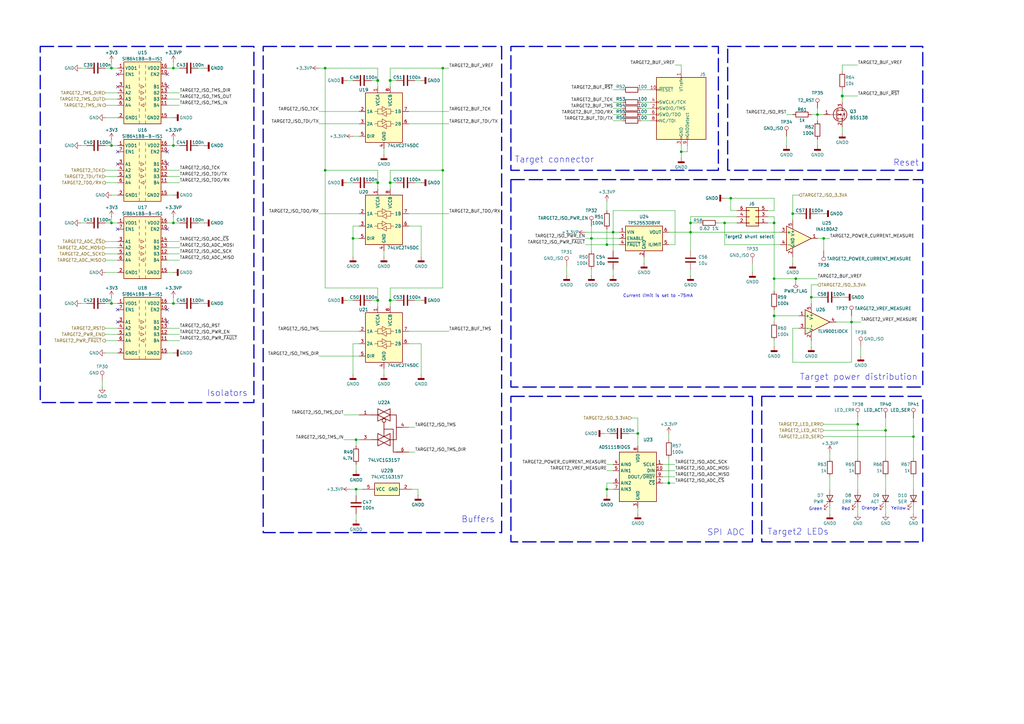
<source format=kicad_sch>
(kicad_sch (version 20231120) (generator "eeschema") (generator_version "8.0")
  (paper "A3")
  (title_block (title "YukaLink rev. D") (date "2024-10-23") (comment 2 "Designed by: Dmitry Rezvanov (https://github.com/Misaka0x2730)"))
  (lib_symbols
    (symbol "74xGxx:74LVC1G3157"
      (property "Reference" "U" (at 5.08 7.62 0))
      (property "Value" "74LVC1G3157" (at 10.16 -7.62 0))
      (symbol "74LVC1G3157_1_1"
        (pin bidirectional line (at 10.16 5.08 180) (length 5.08) (name "~") (number "1"))
        (pin bidirectional line (at 10.16 -5.08 180) (length 5.08) (name "~") (number "3"))
        (pin bidirectional line (at -10.16 0 0) (length 5.08) (name "~") (number "4"))
        (pin input line (at -10.16 -10.16 0) (length 5.08) (name "~") (number "6"))
      )
      (symbol "74LVC1G3157_2_1"
        (pin power_in line (at 0 -10.16 90) (length 5.08) (name "GND") (number "2"))
        (pin power_in line (at 0 10.16 270) (length 5.08) (name "VCC") (number "5"))
      )
    )
    (symbol "Amplifier_Current:INA180A2" (pin_names (offset 0.127))
      (property "Reference" "U" (at 3.81 3.81 0))
      (property "Value" "INA180A2" (at 3.81 -2.54 0))
      (symbol "INA180A2_1_1"
        (pin output line (at 7.62 0 180) (length 2.54) (name "~") (number "1"))
        (pin power_in line (at -2.54 -7.62 90) (length 3.81) (name "GND") (number "2"))
        (pin input line (at -7.62 2.54 0) (length 2.54) (name "+") (number "3"))
        (pin input line (at -7.62 -2.54 0) (length 2.54) (name "-") (number "4"))
        (pin power_in line (at -2.54 7.62 270) (length 3.81) (name "V+") (number "5"))
      )
    )
    (symbol "Amplifier_Operational:TLV9001IDCK" (pin_names (offset 0.127))
      (property "Reference" "U" (at 7.62 2.54 0))
      (property "Value" "TLV9001IDCK" (at 11.43 -2.54 0))
      (symbol "TLV9001IDCK_1_1"
        (pin input line (at -5.08 2.54 0) (length 2.54) (name "+") (number "1"))
        (pin power_in line (at 0 -7.62 90) (length 3.81) (name "V-") (number "2"))
        (pin input line (at -5.08 -2.54 0) (length 2.54) (name "-") (number "3"))
        (pin output line (at 10.16 0 180) (length 2.54) (name "~") (number "4"))
        (pin power_in line (at 0 7.62 270) (length 3.81) (name "V+") (number "5"))
      )
    )
    (symbol "Analog_ADC:ADS1118IDGS"
      (property "Reference" "U" (at 1.27 13.97 0))
      (property "Value" "ADS1118IDGS" (at 1.27 11.43 0))
      (symbol "ADS1118IDGS_1_1"
        (pin input line (at 10.16 5.08 180) (length 2.54) (name "SCLK") (number "1"))
        (pin input line (at 10.16 2.54 180) (length 2.54) (name "DIN") (number "10"))
        (pin input line (at 10.16 -2.54 180) (length 2.54) (name "~{CS}") (number "2"))
        (pin power_in line (at 0 -12.7 90) (length 2.54) (name "GND") (number "3"))
        (pin input line (at -10.16 5.08 0) (length 2.54) (name "AIN0") (number "4"))
        (pin input line (at -10.16 2.54 0) (length 2.54) (name "AIN1") (number "5"))
        (pin input line (at -10.16 -2.54 0) (length 2.54) (name "AIN2") (number "6"))
        (pin input line (at -10.16 -5.08 0) (length 2.54) (name "AIN3") (number "7"))
        (pin power_in line (at 0 12.7 270) (length 2.54) (name "VDD") (number "8"))
        (pin output line (at 10.16 0 180) (length 2.54) (name "DOUT/~{DRDY}") (number "9"))
      )
    )
    (symbol "Connector:Conn_ARM_JTAG_SWD_10" (pin_names (offset 1.016))
      (property "Reference" "J" (at -2.54 16.51 0))
      (property "Value" "Conn_ARM_JTAG_SWD_10" (at -2.54 13.97 0))
      (symbol "Conn_ARM_JTAG_SWD_10_1_1"
        (pin power_in line (at 0 15.24 270) (length 2.54) (name "VTref") (number "1"))
        (pin open_collector line (at 12.7 7.62 180) (length 2.54) (name "~{RESET}") (number "10"))
        (pin bidirectional line (at 12.7 0 180) (length 2.54) (name "SWDIO/TMS") (number "2"))
        (pin power_in line (at 0 -15.24 90) (length 2.54) (name "GND") (number "3"))
        (pin output line (at 12.7 2.54 180) (length 2.54) (name "SWCLK/TCK") (number "4"))
        (pin passive line (at 0 -15.24 90) (length 2.54) hide (name "GND") (number "5"))
        (pin input line (at 12.7 -2.54 180) (length 2.54) (name "SWO/TDO") (number "6"))
        (pin no_connect line (at -10.16 0 0) (length 2.54) hide (name "KEY") (number "7"))
        (pin output line (at 12.7 -5.08 180) (length 2.54) (name "NC/TDI") (number "8"))
        (pin passive line (at -2.54 -15.24 90) (length 2.54) (name "GNDDetect") (number "9"))
      )
    )
    (symbol "Connector:TestPoint" (pin_numbers hide) (pin_names (offset 0.762) hide)
      (property "Reference" "TP" (at 0 6.858 0))
      (property "Value" "TestPoint" (at 0 5.08 0))
      (symbol "TestPoint_1_1"
        (pin passive line (at 0 0 90) (length 2.54) (name "1") (number "1"))
      )
    )
    (symbol "Connector_Generic:Conn_02x03_Odd_Even" (pin_names (offset 1.016) hide)
      (property "Reference" "J" (at 1.27 5.08 0))
      (property "Value" "Conn_02x03_Odd_Even" (at 1.27 -5.08 0))
      (symbol "Conn_02x03_Odd_Even_1_1"
        (pin passive line (at -5.08 2.54 0) (length 3.81) (name "Pin_1") (number "1"))
        (pin passive line (at 7.62 2.54 180) (length 3.81) (name "Pin_2") (number "2"))
        (pin passive line (at -5.08 0 0) (length 3.81) (name "Pin_3") (number "3"))
        (pin passive line (at 7.62 0 180) (length 3.81) (name "Pin_4") (number "4"))
        (pin passive line (at -5.08 -2.54 0) (length 3.81) (name "Pin_5") (number "5"))
        (pin passive line (at 7.62 -2.54 180) (length 3.81) (name "Pin_6") (number "6"))
      )
    )
    (symbol "Device:C" (pin_numbers hide) (pin_names (offset 0.254))
      (property "Reference" "C" (at 0.635 2.54 0))
      (property "Value" "C" (at 0.635 -2.54 0))
      (symbol "C_1_1"
        (pin passive line (at 0 3.81 270) (length 2.794) (name "~") (number "1"))
        (pin passive line (at 0 -3.81 90) (length 2.794) (name "~") (number "2"))
      )
    )
    (symbol "Device:LED" (pin_numbers hide) (pin_names (offset 1.016) hide)
      (property "Reference" "D" (at 0 2.54 0))
      (property "Value" "LED" (at 0 -2.54 0))
      (symbol "LED_1_1"
        (pin passive line (at -3.81 0 0) (length 2.54) (name "K") (number "1"))
        (pin passive line (at 3.81 0 180) (length 2.54) (name "A") (number "2"))
      )
    )
    (symbol "Device:R" (pin_numbers hide) (pin_names (offset 0))
      (property "Reference" "R" (at 2.032 0 90))
      (property "Value" "R" (at 0 0 90))
      (symbol "R_1_1"
        (pin passive line (at 0 3.81 270) (length 1.27) (name "~") (number "1"))
        (pin passive line (at 0 -3.81 90) (length 1.27) (name "~") (number "2"))
      )
    )
    (symbol "Isolator:Si8641BB-B-IS1"
      (property "Reference" "U" (at 0 15.875 0))
      (property "Value" "Si8641BB-B-IS1" (at 0 13.97 0))
      (symbol "Si8641BB-B-IS1_1_1"
        (pin power_in line (at -10.16 10.16 0) (length 2.54) (name "VDD1") (number "1"))
        (pin input line (at 10.16 7.62 180) (length 2.54) (name "EN2") (number "10"))
        (pin input line (at 10.16 -5.08 180) (length 2.54) (name "B4") (number "11"))
        (pin output line (at 10.16 -2.54 180) (length 2.54) (name "B3") (number "12"))
        (pin output line (at 10.16 0 180) (length 2.54) (name "B2") (number "13"))
        (pin output line (at 10.16 2.54 180) (length 2.54) (name "B1") (number "14"))
        (pin power_in line (at 10.16 -10.16 180) (length 2.54) (name "GND2") (number "15"))
        (pin power_in line (at 10.16 10.16 180) (length 2.54) (name "VDD2") (number "16"))
        (pin power_in line (at -10.16 -10.16 0) (length 2.54) (name "GND1") (number "2"))
        (pin input line (at -10.16 2.54 0) (length 2.54) (name "A1") (number "3"))
        (pin input line (at -10.16 0 0) (length 2.54) (name "A2") (number "4"))
        (pin input line (at -10.16 -2.54 0) (length 2.54) (name "A3") (number "5"))
        (pin output line (at -10.16 -5.08 0) (length 2.54) (name "A4") (number "6"))
        (pin input line (at -10.16 7.62 0) (length 2.54) (name "EN1") (number "7"))
        (pin passive line (at -10.16 -10.16 0) (length 2.54) hide (name "GND1") (number "8"))
        (pin passive line (at 10.16 -10.16 180) (length 2.54) hide (name "GND2") (number "9"))
      )
    )
    (symbol "Logic_LevelTranslator:74LVC2T45DC"
      (property "Reference" "U" (at 6.35 -11.43 0))
      (property "Value" "74LVC2T45DC" (at 10.16 11.43 0))
      (symbol "74LVC2T45DC_1_1"
        (pin power_in line (at -2.54 12.7 270) (length 2.54) (name "VCCA") (number "1"))
        (pin bidirectional line (at -10.16 2.54 0) (length 2.54) (name "1A") (number "2"))
        (pin bidirectional line (at -10.16 -2.54 0) (length 2.54) (name "2A") (number "3"))
        (pin power_in line (at 0 -12.7 90) (length 2.54) (name "GND") (number "4"))
        (pin input line (at -10.16 -7.62 0) (length 2.54) (name "DIR") (number "5"))
        (pin bidirectional line (at 10.16 -2.54 180) (length 2.54) (name "2B") (number "6"))
        (pin bidirectional line (at 10.16 2.54 180) (length 2.54) (name "1B") (number "7"))
        (pin power_in line (at 2.54 12.7 270) (length 2.54) (name "VCCB") (number "8"))
      )
    )
    (symbol "MIC20x9:TPS2553DBVR"
      (property "Reference" "U" (at -7.62 6.35 0))
      (property "Value" "TPS2553DBVR" (at 13.97 6.35 0))
      (symbol "TPS2553DBVR_1_1"
        (pin power_in line (at -10.16 2.54 0) (length 2.54) (name "VIN") (number "1"))
        (pin power_in line (at 0 -7.62 90) (length 2.54) (name "GND") (number "2"))
        (pin input line (at -10.16 0 0) (length 2.54) (name "ENABLE") (number "3"))
        (pin open_collector line (at -10.16 -2.54 0) (length 2.54) (name "~{FAULT}") (number "4"))
        (pin passive line (at 10.16 -2.54 180) (length 2.54) (name "ILIMIT") (number "5"))
        (pin power_out line (at 10.16 2.54 180) (length 2.54) (name "VOUT") (number "6"))
      )
    )
    (symbol "Transistor_FET:BSS138" (pin_names hide)
      (property "Reference" "Q" (at 5.08 1.905 0))
      (property "Value" "BSS138" (at 5.08 0 0))
      (symbol "BSS138_1_1"
        (pin input line (at -5.08 0 0) (length 2.54) (name "G") (number "1"))
        (pin passive line (at 2.54 -5.08 90) (length 2.54) (name "S") (number "2"))
        (pin passive line (at 2.54 5.08 270) (length 2.54) (name "D") (number "3"))
      )
    )
    (symbol "power:+3.3VP" (power) (pin_numbers hide) (pin_names (offset 0) hide)
      (property "Value" "+3.3VP" (at 0 3.556 0))
      (symbol "+3.3VP_0_0"
        (pin power_in line (at 0 0 90) (length 0) (name "~") (number "1"))
      )
    )
    (symbol "power:+3V3" (power) (pin_numbers hide) (pin_names (offset 0) hide)
      (property "Value" "+3V3" (at 0 3.556 0))
      (symbol "+3V3_1_1"
        (pin power_in line (at 0 0 90) (length 0) (name "~") (number "1"))
      )
    )
    (symbol "power:GND" (power) (pin_numbers hide) (pin_names (offset 0) hide)
      (property "Value" "GND" (at 0 -3.81 0))
      (symbol "GND_1_1"
        (pin power_in line (at 0 0 270) (length 0) (name "~") (number "1"))
      )
    )
    (symbol "power:GNDD" (power) (pin_numbers hide) (pin_names (offset 0) hide)
      (property "Value" "GNDD" (at 0 -3.175 0))
      (symbol "GNDD_1_1"
        (pin power_in line (at 0 0 270) (length 0) (name "~") (number "1"))
      )
    )
    (symbol "power:PWR_FLAG" (power) (pin_numbers hide) (pin_names (offset 0) hide)
      (property "Value" "PWR_FLAG" (at 0 3.81 0))
      (symbol "PWR_FLAG_0_0"
        (pin power_out line (at 0 0 90) (length 0) (name "~") (number "1"))
      )
    )
  )
  (junction (at 363.22 176.53))
  (junction (at 317.5 129.54))
  (junction (at 317.5 91.44))
  (junction (at 71.12 91.44))
  (junction (at 154.94 33.02) (diameter 1.016))
  (junction (at 374.65 179.07))
  (junction (at 71.12 27.94))
  (junction (at 274.32 198.12))
  (junction (at 351.79 173.99))
  (junction (at 133.35 69.85) (diameter 0.9144))
  (junction (at 160.02 33.02) (diameter 1.016))
  (junction (at 45.72 27.94))
  (junction (at 251.46 95.25))
  (junction (at 181.61 69.85) (diameter 0.9144))
  (junction (at 146.05 200.66))
  (junction (at 283.21 91.44))
  (junction (at 133.35 27.94) (diameter 0.9144))
  (junction (at 248.92 100.33))
  (junction (at 261.62 177.8))
  (junction (at 283.21 95.25))
  (junction (at 325.12 87.63))
  (junction (at 71.12 59.69))
  (junction (at 154.94 74.93) (diameter 1.016))
  (junction (at 317.5 114.3))
  (junction (at 337.82 97.79))
  (junction (at 326.39 114.3))
  (junction (at 160.02 123.19) (diameter 1.016))
  (junction (at 345.44 39.37) (diameter 1.016))
  (junction (at 299.72 81.28))
  (junction (at 45.72 59.69))
  (junction (at 335.28 46.99))
  (junction (at 242.57 97.79))
  (junction (at 181.61 27.94))
  (junction (at 144.78 97.79))
  (junction (at 248.92 200.66))
  (junction (at 154.94 123.19) (diameter 1.016))
  (junction (at 45.72 124.46))
  (junction (at 349.25 132.08))
  (junction (at 160.02 74.93) (diameter 1.016))
  (junction (at 45.72 91.44))
  (junction (at 297.18 91.44))
  (junction (at 332.74 121.92))
  (junction (at 279.4 62.23))
  (junction (at 71.12 124.46))
  (junction (at 146.05 180.34))
  (no_connect (at 48.26 93.98))
  (no_connect (at 48.26 127))
  (no_connect (at 68.58 30.48))
  (no_connect (at 48.26 62.23))
  (no_connect (at 48.26 67.31))
  (no_connect (at 68.58 35.56))
  (no_connect (at 48.26 132.08))
  (no_connect (at 68.58 127))
  (no_connect (at 48.26 30.48))
  (no_connect (at 68.58 93.98))
  (no_connect (at 48.26 35.56))
  (no_connect (at 68.58 132.08))
  (no_connect (at 68.58 67.31))
  (no_connect (at 68.58 62.23))
  (wire (pts (xy 264.16 105.41) (xy 264.16 107.95)))
  (wire (pts (xy 68.58 139.7) (xy 73.66 139.7)))
  (wire (pts (xy 68.58 124.46) (xy 71.12 124.46)))
  (wire (pts (xy 271.78 195.58) (xy 276.86 195.58)))
  (wire (pts (xy 242.57 92.71) (xy 242.57 97.79)))
  (wire (pts (xy 363.22 176.53) (xy 363.22 187.96)))
  (wire (pts (xy 251.46 110.49) (xy 251.46 113.03)))
  (wire (pts (xy 261.62 177.8) (xy 261.62 182.88)))
  (wire (pts (xy 133.35 118.11) (xy 154.94 118.11)))
  (wire (pts (xy 274.32 95.25) (xy 283.21 95.25)))
  (wire (pts (xy 302.26 86.36) (xy 299.72 86.36)))
  (wire (pts (xy 41.91 156.21) (xy 41.91 158.75)))
  (wire (pts (xy 71.12 25.4) (xy 71.12 27.94)))
  (wire (pts (xy 274.32 198.12) (xy 276.86 198.12)))
  (wire (pts (xy 317.5 91.44) (xy 317.5 114.3)))
  (wire (pts (xy 157.48 105.41) (xy 157.48 102.87)))
  (wire (pts (xy 68.58 69.85) (xy 73.66 69.85)))
  (wire (pts (xy 317.5 114.3) (xy 317.5 119.38)))
  (wire (pts (xy 351.79 171.45) (xy 351.79 173.99)))
  (wire (pts (xy 242.57 97.79) (xy 242.57 102.87)))
  (wire (pts (xy 43.18 106.68) (xy 48.26 106.68)))
  (wire (pts (xy 251.46 95.25) (xy 254 95.25)))
  (wire (pts (xy 162.56 123.19) (xy 160.02 123.19)))
  (wire (pts (xy 146.05 180.34) (xy 147.32 180.34)))
  (wire (pts (xy 337.82 97.79) (xy 337.82 102.87)))
  (wire (pts (xy 68.58 101.6) (xy 73.66 101.6)))
  (wire (pts (xy 68.58 91.44) (xy 71.12 91.44)))
  (wire (pts (xy 160.02 118.11) (xy 160.02 123.19)))
  (wire (pts (xy 297.18 100.33) (xy 297.18 91.44)))
  (wire (pts (xy 261.62 171.45) (xy 261.62 177.8)))
  (wire (pts (xy 242.57 97.79) (xy 254 97.79)))
  (wire (pts (xy 322.58 46.99) (xy 325.12 46.99)))
  (wire (pts (xy 335.28 49.53) (xy 335.28 46.99)))
  (wire (pts (xy 172.72 140.97) (xy 172.72 153.67)))
  (wire (pts (xy 167.64 87.63) (xy 184.15 87.63)))
  (wire (pts (xy 160.02 27.94) (xy 160.02 33.02)))
  (wire (pts (xy 262.89 49.53) (xy 266.7 49.53)))
  (wire (pts (xy 68.58 48.26) (xy 71.12 48.26)))
  (wire (pts (xy 140.97 170.18) (xy 147.32 170.18)))
  (wire (pts (xy 276.86 86.36) (xy 251.46 86.36)))
  (wire (pts (xy 283.21 88.9) (xy 302.26 88.9)))
  (wire (pts (xy 160.02 74.93) (xy 160.02 77.47)))
  (wire (pts (xy 147.32 97.79) (xy 144.78 97.79)))
  (wire (pts (xy 299.72 86.36) (xy 299.72 81.28)))
  (wire (pts (xy 170.18 33.02) (xy 172.72 33.02)))
  (wire (pts (xy 248.92 200.66) (xy 248.92 198.12)))
  (wire (pts (xy 144.78 105.41) (xy 144.78 97.79)))
  (wire (pts (xy 363.22 171.45) (xy 363.22 176.53)))
  (wire (pts (xy 160.02 74.93) (xy 160.02 69.85)))
  (wire (pts (xy 283.21 95.25) (xy 320.04 95.25)))
  (wire (pts (xy 140.97 180.34) (xy 146.05 180.34)))
  (wire (pts (xy 68.58 144.78) (xy 71.12 144.78)))
  (wire (pts (xy 317.5 139.7) (xy 317.5 142.24)))
  (wire (pts (xy 314.96 88.9) (xy 317.5 88.9)))
  (wire (pts (xy 43.18 137.16) (xy 48.26 137.16)))
  (wire (pts (xy 332.74 121.92) (xy 336.55 121.92)))
  (wire (pts (xy 335.28 44.45) (xy 335.28 46.99)))
  (wire (pts (xy 349.25 148.59) (xy 349.25 132.08)))
  (wire (pts (xy 279.4 59.69) (xy 279.4 62.23)))
  (wire (pts (xy 172.72 105.41) (xy 172.72 92.71)))
  (wire (pts (xy 45.72 27.94) (xy 48.26 27.94)))
  (wire (pts (xy 351.79 173.99) (xy 351.79 187.96)))
  (wire (pts (xy 81.28 91.44) (xy 83.82 91.44)))
  (wire (pts (xy 133.35 69.85) (xy 133.35 118.11)))
  (wire (pts (xy 68.58 137.16) (xy 73.66 137.16)))
  (wire (pts (xy 351.79 208.28) (xy 351.79 210.82)))
  (wire (pts (xy 345.44 52.07) (xy 345.44 54.61)))
  (wire (pts (xy 181.61 27.94) (xy 160.02 27.94)))
  (wire (pts (xy 167.64 45.72) (xy 184.15 45.72)))
  (wire (pts (xy 276.86 26.67) (xy 279.4 26.67)))
  (wire (pts (xy 160.02 123.19) (xy 160.02 125.73)))
  (wire (pts (xy 130.81 135.89) (xy 147.32 135.89)))
  (wire (pts (xy 374.65 171.45) (xy 374.65 179.07)))
  (wire (pts (xy 240.03 97.79) (xy 242.57 97.79)))
  (wire (pts (xy 344.17 121.92) (xy 346.71 121.92)))
  (wire (pts (xy 68.58 99.06) (xy 73.66 99.06)))
  (wire (pts (xy 81.28 59.69) (xy 83.82 59.69)))
  (wire (pts (xy 337.82 179.07) (xy 374.65 179.07)))
  (wire (pts (xy 33.02 91.44) (xy 35.56 91.44)))
  (wire (pts (xy 279.4 26.67) (xy 279.4 29.21)))
  (wire (pts (xy 162.56 74.93) (xy 160.02 74.93)))
  (wire (pts (xy 248.92 193.04) (xy 251.46 193.04)))
  (wire (pts (xy 181.61 27.94) (xy 184.15 27.94)))
  (wire (pts (xy 68.58 106.68) (xy 73.66 106.68)))
  (wire (pts (xy 325.12 87.63) (xy 325.12 90.17)))
  (wire (pts (xy 279.4 62.23) (xy 281.94 62.23)))
  (wire (pts (xy 45.72 121.92) (xy 45.72 124.46)))
  (wire (pts (xy 152.4 123.19) (xy 154.94 123.19)))
  (wire (pts (xy 133.35 69.85) (xy 133.35 27.94)))
  (wire (pts (xy 251.46 36.83) (xy 255.27 36.83)))
  (wire (pts (xy 340.36 185.42) (xy 340.36 187.96)))
  (wire (pts (xy 68.58 40.64) (xy 73.66 40.64)))
  (wire (pts (xy 317.5 88.9) (xy 317.5 91.44)))
  (wire (pts (xy 340.36 195.58) (xy 340.36 200.66)))
  (wire (pts (xy 68.58 80.01) (xy 71.12 80.01)))
  (wire (pts (xy 43.18 72.39) (xy 48.26 72.39)))
  (wire (pts (xy 317.5 86.36) (xy 314.96 86.36)))
  (wire (pts (xy 326.39 114.3) (xy 335.28 114.3)))
  (wire (pts (xy 43.18 74.93) (xy 48.26 74.93)))
  (wire (pts (xy 144.78 74.93) (xy 142.24 74.93)))
  (wire (pts (xy 248.92 203.2) (xy 248.92 200.66)))
  (wire (pts (xy 279.4 62.23) (xy 279.4 64.77)))
  (wire (pts (xy 146.05 190.5) (xy 146.05 193.04)))
  (wire (pts (xy 327.66 87.63) (xy 325.12 87.63)))
  (wire (pts (xy 130.81 27.94) (xy 133.35 27.94)))
  (wire (pts (xy 133.35 27.94) (xy 154.94 27.94)))
  (wire (pts (xy 281.94 59.69) (xy 281.94 62.23)))
  (wire (pts (xy 130.81 50.8) (xy 147.32 50.8)))
  (wire (pts (xy 147.32 92.71) (xy 144.78 92.71)))
  (wire (pts (xy 317.5 114.3) (xy 326.39 114.3)))
  (wire (pts (xy 45.72 124.46) (xy 48.26 124.46)))
  (wire (pts (xy 171.45 200.66) (xy 168.91 200.66)))
  (wire (pts (xy 33.02 59.69) (xy 35.56 59.69)))
  (wire (pts (xy 345.44 26.67) (xy 345.44 29.21)))
  (wire (pts (xy 320.04 100.33) (xy 297.18 100.33)))
  (wire (pts (xy 294.64 91.44) (xy 297.18 91.44)))
  (wire (pts (xy 271.78 198.12) (xy 274.32 198.12)))
  (wire (pts (xy 332.74 121.92) (xy 332.74 124.46)))
  (wire (pts (xy 45.72 57.15) (xy 45.72 59.69)))
  (wire (pts (xy 160.02 33.02) (xy 160.02 35.56)))
  (wire (pts (xy 160.02 69.85) (xy 181.61 69.85)))
  (wire (pts (xy 345.44 39.37) (xy 351.79 39.37)))
  (wire (pts (xy 345.44 39.37) (xy 345.44 41.91)))
  (wire (pts (xy 283.21 91.44) (xy 283.21 95.25)))
  (wire (pts (xy 340.36 208.28) (xy 340.36 210.82)))
  (wire (pts (xy 181.61 69.85) (xy 181.61 118.11)))
  (wire (pts (xy 147.32 140.97) (xy 144.78 140.97)))
  (wire (pts (xy 351.79 195.58) (xy 351.79 200.66)))
  (wire (pts (xy 68.58 38.1) (xy 73.66 38.1)))
  (wire (pts (xy 317.5 129.54) (xy 317.5 132.08)))
  (wire (pts (xy 349.25 129.54) (xy 349.25 132.08)))
  (wire (pts (xy 283.21 88.9) (xy 283.21 91.44)))
  (wire (pts (xy 274.32 100.33) (xy 276.86 100.33)))
  (wire (pts (xy 43.18 43.18) (xy 48.26 43.18)))
  (wire (pts (xy 251.46 44.45) (xy 255.27 44.45)))
  (wire (pts (xy 299.72 81.28) (xy 317.5 81.28)))
  (wire (pts (xy 33.02 124.46) (xy 35.56 124.46)))
  (wire (pts (xy 251.46 95.25) (xy 251.46 102.87)))
  (wire (pts (xy 154.94 74.93) (xy 154.94 69.85)))
  (wire (pts (xy 154.94 27.94) (xy 154.94 33.02)))
  (wire (pts (xy 262.89 46.99) (xy 266.7 46.99)))
  (wire (pts (xy 181.61 69.85) (xy 181.61 27.94)))
  (wire (pts (xy 325.12 134.62) (xy 325.12 148.59)))
  (wire (pts (xy 167.64 140.97) (xy 172.72 140.97)))
  (wire (pts (xy 68.58 72.39) (xy 73.66 72.39)))
  (wire (pts (xy 170.18 74.93) (xy 172.72 74.93)))
  (wire (pts (xy 71.12 88.9) (xy 71.12 91.44)))
  (wire (pts (xy 232.41 109.22) (xy 232.41 113.03)))
  (wire (pts (xy 167.64 175.26) (xy 170.18 175.26)))
  (wire (pts (xy 43.18 99.06) (xy 48.26 99.06)))
  (wire (pts (xy 251.46 46.99) (xy 255.27 46.99)))
  (wire (pts (xy 345.44 26.67) (xy 351.79 26.67)))
  (wire (pts (xy 335.28 46.99) (xy 337.82 46.99)))
  (wire (pts (xy 130.81 87.63) (xy 147.32 87.63)))
  (wire (pts (xy 45.72 25.4) (xy 45.72 27.94)))
  (wire (pts (xy 172.72 92.71) (xy 167.64 92.71)))
  (wire (pts (xy 342.9 132.08) (xy 349.25 132.08)))
  (wire (pts (xy 81.28 124.46) (xy 83.82 124.46)))
  (wire (pts (xy 240.03 95.25) (xy 251.46 95.25)))
  (wire (pts (xy 43.18 27.94) (xy 45.72 27.94)))
  (wire (pts (xy 81.28 27.94) (xy 83.82 27.94)))
  (wire (pts (xy 332.74 139.7) (xy 332.74 142.24)))
  (wire (pts (xy 133.35 69.85) (xy 154.94 69.85)))
  (wire (pts (xy 43.18 124.46) (xy 45.72 124.46)))
  (wire (pts (xy 43.18 101.6) (xy 48.26 101.6)))
  (wire (pts (xy 297.18 91.44) (xy 302.26 91.44)))
  (wire (pts (xy 45.72 91.44) (xy 48.26 91.44)))
  (wire (pts (xy 374.65 179.07) (xy 374.65 187.96)))
  (wire (pts (xy 274.32 177.8) (xy 274.32 180.34)))
  (wire (pts (xy 314.96 91.44) (xy 317.5 91.44)))
  (wire (pts (xy 71.12 57.15) (xy 71.12 59.69)))
  (wire (pts (xy 160.02 118.11) (xy 181.61 118.11)))
  (wire (pts (xy 248.92 198.12) (xy 251.46 198.12)))
  (wire (pts (xy 152.4 74.93) (xy 154.94 74.93)))
  (wire (pts (xy 167.64 185.42) (xy 170.18 185.42)))
  (wire (pts (xy 261.62 208.28) (xy 261.62 210.82)))
  (wire (pts (xy 157.48 153.67) (xy 157.48 151.13)))
  (wire (pts (xy 71.12 121.92) (xy 71.12 124.46)))
  (wire (pts (xy 33.02 27.94) (xy 35.56 27.94)))
  (wire (pts (xy 43.18 48.26) (xy 48.26 48.26)))
  (wire (pts (xy 68.58 74.93) (xy 73.66 74.93)))
  (wire (pts (xy 68.58 111.76) (xy 71.12 111.76)))
  (wire (pts (xy 317.5 129.54) (xy 327.66 129.54)))
  (wire (pts (xy 259.08 171.45) (xy 261.62 171.45)))
  (wire (pts (xy 283.21 95.25) (xy 283.21 102.87)))
  (wire (pts (xy 43.18 40.64) (xy 48.26 40.64)))
  (wire (pts (xy 148.59 200.66) (xy 146.05 200.66)))
  (wire (pts (xy 154.94 74.93) (xy 154.94 77.47)))
  (wire (pts (xy 248.92 82.55) (xy 248.92 86.36)))
  (wire (pts (xy 248.92 93.98) (xy 248.92 100.33)))
  (wire (pts (xy 261.62 177.8) (xy 257.81 177.8)))
  (wire (pts (xy 144.78 33.02) (xy 142.24 33.02)))
  (wire (pts (xy 274.32 187.96) (xy 274.32 198.12)))
  (wire (pts (xy 332.74 116.84) (xy 332.74 121.92)))
  (wire (pts (xy 335.28 87.63) (xy 337.82 87.63)))
  (wire (pts (xy 262.89 41.91) (xy 266.7 41.91)))
  (wire (pts (xy 162.56 33.02) (xy 160.02 33.02)))
  (wire (pts (xy 43.18 104.14) (xy 48.26 104.14)))
  (wire (pts (xy 322.58 55.88) (xy 322.58 59.69)))
  (wire (pts (xy 335.28 116.84) (xy 332.74 116.84)))
  (wire (pts (xy 242.57 110.49) (xy 242.57 113.03)))
  (wire (pts (xy 240.03 100.33) (xy 248.92 100.33)))
  (wire (pts (xy 130.81 45.72) (xy 147.32 45.72)))
  (wire (pts (xy 251.46 86.36) (xy 251.46 95.25)))
  (wire (pts (xy 317.5 81.28) (xy 317.5 86.36)))
  (wire (pts (xy 146.05 210.82) (xy 146.05 213.36)))
  (wire (pts (xy 71.12 59.69) (xy 73.66 59.69)))
  (wire (pts (xy 248.92 190.5) (xy 251.46 190.5)))
  (wire (pts (xy 43.18 69.85) (xy 48.26 69.85)))
  (wire (pts (xy 335.28 97.79) (xy 337.82 97.79)))
  (wire (pts (xy 325.12 105.41) (xy 325.12 107.95)))
  (wire (pts (xy 167.64 50.8) (xy 184.15 50.8)))
  (wire (pts (xy 248.92 200.66) (xy 251.46 200.66)))
  (wire (pts (xy 317.5 127) (xy 317.5 129.54)))
  (wire (pts (xy 171.45 203.2) (xy 171.45 200.66)))
  (wire (pts (xy 68.58 43.18) (xy 73.66 43.18)))
  (wire (pts (xy 374.65 208.28) (xy 374.65 210.82)))
  (wire (pts (xy 337.82 176.53) (xy 363.22 176.53)))
  (wire (pts (xy 71.12 124.46) (xy 73.66 124.46)))
  (wire (pts (xy 43.18 144.78) (xy 48.26 144.78)))
  (wire (pts (xy 276.86 100.33) (xy 276.86 86.36)))
  (wire (pts (xy 251.46 49.53) (xy 255.27 49.53)))
  (wire (pts (xy 262.89 36.83) (xy 266.7 36.83)))
  (wire (pts (xy 43.18 91.44) (xy 45.72 91.44)))
  (wire (pts (xy 43.18 111.76) (xy 48.26 111.76)))
  (wire (pts (xy 45.72 59.69) (xy 48.26 59.69)))
  (wire (pts (xy 248.92 100.33) (xy 254 100.33)))
  (wire (pts (xy 170.18 123.19) (xy 172.72 123.19)))
  (wire (pts (xy 143.51 200.66) (xy 146.05 200.66)))
  (wire (pts (xy 271.78 190.5) (xy 276.86 190.5)))
  (wire (pts (xy 68.58 27.94) (xy 71.12 27.94)))
  (wire (pts (xy 332.74 46.99) (xy 335.28 46.99)))
  (wire (pts (xy 71.12 91.44) (xy 73.66 91.44)))
  (wire (pts (xy 144.78 140.97) (xy 144.78 153.67)))
  (wire (pts (xy 337.82 97.79) (xy 340.36 97.79)))
  (wire (pts (xy 45.72 80.01) (xy 48.26 80.01)))
  (wire (pts (xy 43.18 139.7) (xy 48.26 139.7)))
  (wire (pts (xy 262.89 44.45) (xy 266.7 44.45)))
  (wire (pts (xy 363.22 208.28) (xy 363.22 210.82)))
  (wire (pts (xy 363.22 195.58) (xy 363.22 200.66)))
  (wire (pts (xy 283.21 91.44) (xy 287.02 91.44)))
  (wire (pts (xy 271.78 193.04) (xy 276.86 193.04)))
  (wire (pts (xy 157.48 63.5) (xy 157.48 60.96)))
  (wire (pts (xy 154.94 118.11) (xy 154.94 123.19)))
  (wire (pts (xy 144.78 92.71) (xy 144.78 97.79)))
  (wire (pts (xy 68.58 134.62) (xy 73.66 134.62)))
  (wire (pts (xy 327.66 134.62) (xy 325.12 134.62)))
  (wire (pts (xy 68.58 59.69) (xy 71.12 59.69)))
  (wire (pts (xy 325.12 148.59) (xy 349.25 148.59)))
  (wire (pts (xy 45.72 88.9) (xy 45.72 91.44)))
  (wire (pts (xy 337.82 173.99) (xy 351.79 173.99)))
  (wire (pts (xy 297.18 81.28) (xy 299.72 81.28)))
  (wire (pts (xy 146.05 180.34) (xy 146.05 182.88)))
  (wire (pts (xy 327.66 80.01) (xy 325.12 80.01)))
  (wire (pts (xy 71.12 27.94) (xy 73.66 27.94)))
  (wire (pts (xy 130.81 146.05) (xy 147.32 146.05)))
  (wire (pts (xy 308.61 107.95) (xy 308.61 111.76)))
  (wire (pts (xy 152.4 33.02) (xy 154.94 33.02)))
  (wire (pts (xy 43.18 59.69) (xy 45.72 59.69)))
  (wire (pts (xy 374.65 195.58) (xy 374.65 200.66)))
  (wire (pts (xy 68.58 104.14) (xy 73.66 104.14)))
  (wire (pts (xy 326.39 114.3) (xy 326.39 115.57)))
  (wire (pts (xy 43.18 38.1) (xy 48.26 38.1)))
  (wire (pts (xy 251.46 41.91) (xy 255.27 41.91)))
  (wire (pts (xy 250.19 177.8) (xy 247.65 177.8)))
  (wire (pts (xy 325.12 80.01) (xy 325.12 87.63)))
  (wire (pts (xy 146.05 200.66) (xy 146.05 203.2)))
  (wire (pts (xy 43.18 134.62) (xy 48.26 134.62)))
  (wire (pts (xy 345.44 36.83) (xy 345.44 39.37)))
  (wire (pts (xy 335.28 57.15) (xy 335.28 59.69)))
  (wire (pts (xy 147.32 55.88) (xy 144.78 55.88)))
  (wire (pts (xy 144.78 123.19) (xy 142.24 123.19)))
  (wire (pts (xy 283.21 110.49) (xy 283.21 113.03)))
  (wire (pts (xy 349.25 132.08) (xy 353.06 132.08)))
  (wire (pts (xy 154.94 123.19) (xy 154.94 125.73)))
  (wire (pts (xy 154.94 33.02) (xy 154.94 35.56)))
  (wire (pts (xy 353.06 142.24) (xy 353.06 146.05)))
  (wire (pts (xy 167.64 135.89) (xy 184.15 135.89)))
  (rectangle (start 298.45 19.05) (end 378.46 69.85) (stroke (width 0.5) (type dash)))
  (rectangle (start 209.55 19.05) (end 294.64 69.85) (stroke (width 0.5) (type dash)))
  (rectangle (start 107.95 19.05) (end 205.74 218.44) (stroke (width 0.5) (type dash)))
  (rectangle (start 16.51 19.05) (end 104.14 165.1) (stroke (width 0.5) (type dash)))
  (rectangle (start 312.42 162.56) (end 378.46 222.25) (stroke (width 0.5) (type dash)))
  (rectangle (start 209.55 73.66) (end 378.46 158.75) (stroke (width 0.5) (type dash)))
  (rectangle (start 209.55 162.56) (end 308.61 222.25) (stroke (width 0.5) (type dash)))
  (text "Target2 LEDs" (at 314.706 219.71 0) (effects (font (size 2.54 2.54)) (justify left bottom)))
  (text "Current limit is set to ~75mA" (at 255.524 122.174 0) (effects (font (size 1.27 1.27)) (justify left bottom)))
  (text "Target power distribution" (at 376.428 156.21 0) (effects (font (size 2.54 2.54)) (justify right bottom)))
  (text "Isolators" (at 101.6 162.814 0) (effects (font (size 2.54 2.54)) (justify right bottom)))
  (text "Target connector" (at 211.074 67.056 0) (effects (font (size 2.54 2.54)) (justify left bottom)))
  (text "SPI ADC" (at 305.562 219.964 0) (effects (font (size 2.54 2.54)) (justify right bottom)))
  (text "Orange" (at 360.172 209.296 0) (effects (font (size 1.27 1.27)) (justify right bottom)))
  (text "Red" (at 348.742 209.55 0) (effects (font (size 1.27 1.27)) (justify right bottom)))
  (text "Buffers" (at 202.946 214.63 0) (effects (font (size 2.54 2.54)) (justify right bottom)))
  (text "Green" (at 337.312 209.55 0) (effects (font (size 1.27 1.27)) (justify right bottom)))
  (text "Yellow" (at 371.602 209.296 0) (effects (font (size 1.27 1.27)) (justify right bottom)))
  (text "Reset" (at 376.936 68.326 0) (effects (font (size 2.54 2.54)) (justify right bottom)))
  (label "TARGET2_ISO_PWR_EN" (at 73.66 137.16 0))
  (label "TARGET2_ISO_TMS_OUT" (at 140.97 170.18 180))
  (label "TARGET2_ISO_TMS_IN" (at 73.66 43.18 0))
  (label "TARGET2_ISO_ADC_MISO" (at 73.66 106.68 0))
  (label "TARGET2_BUF_VREF" (at 351.79 26.67 0))
  (label "TARGET2_ISO_ADC_SCK" (at 276.86 190.5 0))
  (label "TARGET2_ISO_TDI{slash}TX" (at 73.66 72.39 0))
  (label "TARGET2_ISO_ADC_MOSI" (at 276.86 193.04 0))
  (label "TARGET2_ISO_TMS" (at 170.18 175.26 0))
  (label "TARGET2_ISO_RST" (at 73.66 134.62 0))
  (label "TARGET2_BUF_TDO{slash}RX" (at 184.15 87.63 0))
  (label "TARGET2_BUF_TMS" (at 184.15 135.89 0))
  (label "TARGET2_ISO_ADC_~{CS}" (at 73.66 99.06 0))
  (label "TARGET2_VREF_MEASURE" (at 353.06 132.08 0))
  (label "TARGET2_ISO_TMS_DIR" (at 73.66 38.1 0))
  (label "TARGET2_ISO_TMS_IN" (at 140.97 180.34 180))
  (label "TARGET2_BUF_VREF" (at 184.15 27.94 0))
  (label "TARGET2_POWER_CURRENT_MEASURE" (at 248.92 190.5 180))
  (label "TARGET2_ISO_PWR_~{FAULT}" (at 73.66 139.7 0))
  (label "TARGET2_POWER_CURRENT_MEASURE" (at 340.36 97.79 0))
  (label "TARGET2_ISO_TDI{slash}TX" (at 130.81 50.8 180))
  (label "TARGET2_ISO_TMS_OUT" (at 73.66 40.64 0))
  (label "TARGET2_ISO_TCK" (at 73.66 69.85 0))
  (label "TARGET2_ISO_ADC_MISO" (at 276.86 195.58 0))
  (label "TARGET2_BUF_~{RST}" (at 351.79 39.37 0))
  (label "TARGET2_BUF_TDI{slash}TX" (at 251.46 49.53 180))
  (label "TARGET2_BUF_TDI{slash}TX" (at 184.15 50.8 0))
  (label "TARGET2_BUF_TDO{slash}RX" (at 251.46 46.99 180))
  (label "TARGET2_BUF_TCK" (at 251.46 41.91 180))
  (label "TARGET2_ISO_ADC_MOSI" (at 73.66 101.6 0))
  (label "TARGET2_ISO_ADC_~{CS}" (at 276.86 198.12 0))
  (label "TARGET2_ISO_TDO{slash}RX" (at 130.81 87.63 180))
  (label "TARGET2_BUF_TMS" (at 251.46 44.45 180))
  (label "TARGET2_BUF_VREF" (at 276.86 26.67 180))
  (label "TARGET2_ISO_RST" (at 322.58 46.99 180))
  (label "TARGET2_ISO_PWR_~{FAULT}" (at 240.03 100.33 180))
  (label "TARGET2_VREF_MEASURE" (at 248.92 193.04 180))
  (label "TARGET2_BUF_TCK" (at 184.15 45.72 0))
  (label "TARGET2_ISO_TMS" (at 130.81 135.89 180))
  (label "TARGET2_BUF_VREF" (at 335.28 114.3 0))
  (label "TARGET2_ISO_TMS_DIR" (at 130.81 146.05 180))
  (label "TARGET2_ISO_TMS_DIR" (at 170.18 185.42 0))
  (label "TARGET2_ISO_TCK" (at 130.81 45.72 180))
  (label "TARGET2_BUF_~{RST}" (at 251.46 36.83 180))
  (label "TARGET2_ISO_PWR_EN" (at 240.03 97.79 180))
  (label "TARGET2_ISO_TDO{slash}RX" (at 73.66 74.93 0))
  (label "TARGET2_ISO_ADC_SCK" (at 73.66 104.14 0))
  (hierarchical_label "TARGET2_PWR_EN" (shape input) (at 43.18 137.16 180))
  (hierarchical_label "TARGET2_LED_ACT" (shape input) (at 337.82 176.53 180))
  (hierarchical_label "TARGET2_TDI{slash}TX" (shape input) (at 43.18 72.39 180))
  (hierarchical_label "TARGET2_ADC_MOSI" (shape input) (at 43.18 101.6 180))
  (hierarchical_label "TARGET2_TMS_OUT" (shape input) (at 43.18 40.64 180))
  (hierarchical_label "TARGET2_LED_ERR" (shape input) (at 337.82 173.99 180))
  (hierarchical_label "TARGET2_TMS_IN" (shape output) (at 43.18 43.18 180))
  (hierarchical_label "TARGET2_PWR_~{FAULT}" (shape output) (at 43.18 139.7 180))
  (hierarchical_label "TARGET2_TMS_DIR" (shape input) (at 43.18 38.1 180))
  (hierarchical_label "TARGET2_ADC_SCK" (shape input) (at 43.18 104.14 180))
  (hierarchical_label "TARGET2_ADC_~{CS}" (shape input) (at 43.18 99.06 180))
  (hierarchical_label "TARGET2_RST" (shape input) (at 43.18 134.62 180))
  (hierarchical_label "TARGET2_ISO_3.3VA" (shape input) (at 259.08 171.45 180))
  (hierarchical_label "TARGET2_ISO_3.3VA" (shape input) (at 327.66 80.01 0))
  (hierarchical_label "TARGET2_ADC_MISO" (shape output) (at 43.18 106.68 180))
  (hierarchical_label "TARGET2_LED_SER" (shape input) (at 337.82 179.07 180))
  (hierarchical_label "TARGET2_ISO_3.3VA" (shape input) (at 335.28 116.84 0))
  (hierarchical_label "TARGET2_TCK" (shape input) (at 43.18 69.85 180))
  (hierarchical_label "TARGET2_TDO{slash}RX" (shape output) (at 43.18 74.93 180))
  (symbol (lib_id "power:GNDD") (at 322.58 59.69 0) (mirror y) (unit 1)
    (property "Reference" "#PWR0185" (effects (hide yes)))
    (property "Value" "GNDD" (at 322.58 63.5 0))
    (property "Description" "Power symbol creates a global label with name \"GNDD\" , digital ground" (effects (hide yes)))
  )
  (symbol (lib_id "Device:R") (at 242.57 106.68 0) (mirror y) (unit 1)
    (property "Reference" "R50" (at 241.3 105.41 0) (effects (justify left)))
    (property "Value" "100k" (at 241.3 107.95 0) (effects (justify left)))
    (property "Footprint" "Resistor_SMD:R_0402_1005Metric" (effects (hide yes)))
    (property "Description" "Resistor" (effects (hide yes)))
    (property "Part Number" "RC0402FR-07100KL" (effects (hide yes)))
    (property "LCSC" "C25741" (effects (hide yes)))
  )
  (symbol (lib_id "power:GND") (at 43.18 144.78 270) (unit 1)
    (property "Reference" "#PWR0133" (effects (hide yes)))
    (property "Value" "GND" (at 40.64 144.78 90) (effects (justify right)))
    (property "Description" "Power symbol creates a global label with name \"GND\" , ground" (effects (hide yes)))
  )
  (symbol (lib_id "Device:R") (at 259.08 44.45 90) (unit 1)
    (property "Reference" "R54" (at 256.54 43.18 90) (effects (justify left)))
    (property "Value" "100" (at 261.62 43.18 90) (effects (justify right)))
    (property "Footprint" "Resistor_SMD:R_0402_1005Metric" (effects (hide yes)))
    (property "Description" "Resistor" (effects (hide yes)))
    (property "Part Number" "RC0402FR-0727RL" (effects (hide yes)))
    (property "LCSC" "C25076" (effects (hide yes)))
  )
  (symbol (lib_id "power:GNDD") (at 172.72 153.67 0) (unit 1)
    (property "Reference" "#PWR0169" (effects (hide yes)))
    (property "Value" "GNDD" (at 172.72 157.48 0))
    (property "Description" "Power symbol creates a global label with name \"GNDD\" , digital ground" (effects (hide yes)))
  )
  (symbol (lib_id "Connector:TestPoint") (at 322.58 55.88 0) (mirror y) (unit 1)
    (property "Reference" "TP34" (at 322.58 50.038 0))
    (property "Value" "GND_ISO" (at 321.31 53.34 0) (effects (justify left bottom)))
    (property "Footprint" "TestPoint:TestPoint_Pad_D1.0mm" (effects (hide yes)))
    (property "Description" "test point" (effects (hide yes)))
  )
  (symbol (lib_id "power:GNDD") (at 248.92 203.2 0) (unit 1)
    (property "Reference" "#PWR0175" (effects (hide yes)))
    (property "Value" "GNDD" (at 248.92 207.01 0))
    (property "Description" "Power symbol creates a global label with name \"GNDD\" , digital ground" (effects (hide yes)))
  )
  (symbol (lib_id "Device:R") (at 345.44 33.02 0) (mirror y) (unit 1)
    (property "Reference" "R64" (at 346.71 31.75 0) (effects (justify right)))
    (property "Value" "10k" (at 346.71 34.29 0) (effects (justify right)))
    (property "Footprint" "Resistor_SMD:R_0402_1005Metric" (effects (hide yes)))
    (property "Description" "Resistor" (effects (hide yes)))
    (property "Part Number" "RC0402FR-0710KL" (effects (hide yes)))
    (property "LCSC" "C25744" (effects (hide yes)))
  )
  (symbol (lib_id "power:GNDD") (at 71.12 80.01 90) (unit 1)
    (property "Reference" "#PWR0142" (effects (hide yes)))
    (property "Value" "GNDD" (at 73.66 80.01 90) (effects (justify right)))
    (property "Description" "Power symbol creates a global label with name \"GNDD\" , digital ground" (effects (hide yes)))
  )
  (symbol (lib_id "power:GNDD") (at 83.82 27.94 90) (unit 1)
    (property "Reference" "#PWR0147" (effects (hide yes)))
    (property "Value" "GNDD" (at 86.36 27.94 90) (effects (justify right)))
    (property "Description" "Power symbol creates a global label with name \"GNDD\" , digital ground" (effects (hide yes)))
  )
  (symbol (lib_id "Device:R") (at 248.92 90.17 0) (mirror y) (unit 1)
    (property "Reference" "R51" (at 247.65 88.9 0) (effects (justify left)))
    (property "Value" "100k" (at 247.65 91.44 0) (effects (justify left)))
    (property "Footprint" "Resistor_SMD:R_0402_1005Metric" (effects (hide yes)))
    (property "Description" "Resistor" (effects (hide yes)))
    (property "Part Number" "RC0402FR-07100KL" (effects (hide yes)))
    (property "LCSC" "C25741" (effects (hide yes)))
  )
  (symbol (lib_id "power:GNDD") (at 71.12 111.76 90) (unit 1)
    (property "Reference" "#PWR0144" (effects (hide yes)))
    (property "Value" "GNDD" (at 73.66 111.76 90) (effects (justify right)))
    (property "Description" "Power symbol creates a global label with name \"GNDD\" , digital ground" (effects (hide yes)))
  )
  (symbol (lib_id "power:GNDD") (at 172.72 33.02 90) (unit 1)
    (property "Reference" "#PWR0165" (effects (hide yes)))
    (property "Value" "GNDD" (at 175.26 33.02 90) (effects (justify right)))
    (property "Description" "Power symbol creates a global label with name \"GNDD\" , digital ground" (effects (hide yes)))
  )
  (symbol (lib_id "power:GNDD") (at 172.72 74.93 90) (unit 1)
    (property "Reference" "#PWR0166" (effects (hide yes)))
    (property "Value" "GNDD" (at 175.26 74.93 90) (effects (justify right)))
    (property "Description" "Power symbol creates a global label with name \"GNDD\" , digital ground" (effects (hide yes)))
  )
  (symbol (lib_id "Transistor_FET:BSS138") (at 342.9 46.99 0) (unit 1)
    (property "Reference" "Q3" (at 348.488 45.72 0) (effects (justify left)))
    (property "Value" "BSS138" (at 348.488 48.26 0) (effects (justify left)))
    (property "Footprint" "Package_TO_SOT_SMD:SOT-23" (effects (hide yes)))
    (property "Datasheet" "https://www.onsemi.com/pdf/datasheet/bss138lt1-d.pdf" (effects (hide yes)))
    (property "Description" "50V Vds, 0.22A Id, N-Channel MOSFET, SOT-23" (effects (hide yes)))
    (property "Part Number" "BSS138LT1G" (effects (hide yes)))
    (property "LCSC" "C82045" (effects (hide yes)))
  )
  (symbol (lib_id "Device:LED") (at 374.65 204.47 270) (mirror x) (unit 1)
    (property "Reference" "D10" (at 372.11 203.2 90) (effects (justify right)))
    (property "Value" "SER" (at 372.11 205.74 90) (effects (justify right)))
    (property "Footprint" "LED_SMD:LED_1206_3216Metric" (effects (hide yes)))
    (property "Description" "Light emitting diode" (effects (hide yes)))
    (property "Part Number" "XL-3216UYC" (effects (hide yes)))
    (property "LCSC" "C965824" (effects (hide yes)))
  )
  (symbol (lib_id "power:+3.3VP") (at 248.92 82.55 0) (unit 1)
    (property "Reference" "#PWR0174" (effects (hide yes)))
    (property "Value" "+3.3VP" (at 248.92 78.74 0))
    (property "Description" "Power symbol creates a global label with name \"+3.3VP\"" (effects (hide yes)))
  )
  (symbol (lib_id "power:GNDD") (at 83.82 59.69 90) (unit 1)
    (property "Reference" "#PWR0148" (effects (hide yes)))
    (property "Value" "GNDD" (at 86.36 59.69 90) (effects (justify right)))
    (property "Description" "Power symbol creates a global label with name \"GNDD\" , digital ground" (effects (hide yes)))
  )
  (symbol (lib_id "power:GNDD") (at 340.36 210.82 0) (unit 1)
    (property "Reference" "#PWR0191" (effects (hide yes)))
    (property "Value" "GNDD" (at 340.36 214.63 0))
    (property "Description" "Power symbol creates a global label with name \"GNDD\" , digital ground" (effects (hide yes)))
  )
  (symbol (lib_id "power:GND") (at 33.02 59.69 270) (unit 1)
    (property "Reference" "#PWR0127" (effects (hide yes)))
    (property "Value" "GND" (at 30.48 59.69 90) (effects (justify right)))
    (property "Description" "Power symbol creates a global label with name \"GND\" , ground" (effects (hide yes)))
  )
  (symbol (lib_id "power:GNDD") (at 247.65 177.8 270) (mirror x) (unit 1)
    (property "Reference" "#PWR0173" (effects (hide yes)))
    (property "Value" "GNDD" (at 245.11 177.8 90) (effects (justify right)))
    (property "Description" "Power symbol creates a global label with name \"GNDD\" , digital ground" (effects (hide yes)))
  )
  (symbol (lib_id "power:GNDD") (at 308.61 111.76 0) (mirror y) (unit 1)
    (property "Reference" "#PWR0183" (effects (hide yes)))
    (property "Value" "GNDD" (at 308.61 115.57 0))
    (property "Description" "Power symbol creates a global label with name \"GNDD\" , digital ground" (effects (hide yes)))
  )
  (symbol (lib_id "power:+3.3VP") (at 144.78 55.88 90) (unit 1)
    (property "Reference" "#PWR0156" (effects (hide yes)))
    (property "Value" "+3.3VP" (at 142.24 55.88 90) (effects (justify left)))
    (property "Description" "Power symbol creates a global label with name \"+3.3VP\"" (effects (hide yes)))
  )
  (symbol (lib_id "Device:R") (at 351.79 191.77 0) (mirror y) (unit 1)
    (property "Reference" "R65" (at 350.52 190.5 0) (effects (justify left)))
    (property "Value" "1k" (at 350.52 193.04 0) (effects (justify left)))
    (property "Footprint" "Resistor_SMD:R_0402_1005Metric" (effects (hide yes)))
    (property "Description" "Resistor" (effects (hide yes)))
    (property "Part Number" "0402WGF1001TCE" (effects (hide yes)))
    (property "LCSC" "C11702" (effects (hide yes)))
  )
  (symbol (lib_id "Device:C") (at 148.59 123.19 90) (mirror x) (unit 1)
    (property "Reference" "C50" (at 147.32 121.92 90) (effects (justify left)))
    (property "Value" "100n" (at 149.86 121.92 90) (effects (justify right)))
    (property "Footprint" "Capacitor_SMD:C_0402_1005Metric" (effects (hide yes)))
    (property "Description" "Unpolarized capacitor" (effects (hide yes)))
    (property "Part Number" "CC0402KRX7R7BB104" (effects (hide yes)))
    (property "LCSC" "C1525" (effects (hide yes)))
  )
  (symbol (lib_id "Device:R") (at 340.36 191.77 0) (mirror y) (unit 1)
    (property "Reference" "R63" (at 339.09 190.5 0) (effects (justify left)))
    (property "Value" "1k" (at 339.09 193.04 0) (effects (justify left)))
    (property "Footprint" "Resistor_SMD:R_0402_1005Metric" (effects (hide yes)))
    (property "Description" "Resistor" (effects (hide yes)))
    (property "Part Number" "0402WGF1001TCE" (effects (hide yes)))
    (property "LCSC" "C11702" (effects (hide yes)))
  )
  (symbol (lib_id "power:GNDD") (at 157.48 63.5 0) (unit 1)
    (property "Reference" "#PWR0161" (effects (hide yes)))
    (property "Value" "GNDD" (at 157.48 67.31 0))
    (property "Description" "Power symbol creates a global label with name \"GNDD\" , digital ground" (effects (hide yes)))
  )
  (symbol (lib_id "74xGxx:74LVC1G3157") (at 157.48 175.26 0) (mirror y) (unit 1)
    (property "Reference" "U22" (at 157.48 165.1 0))
    (property "Value" "74LVC1G3157" (at 157.48 188.722 0))
    (property "Footprint" "Package_TO_SOT_SMD:SOT-23-6" (effects (hide yes)))
    (property "Datasheet" "http://www.ti.com/lit/sg/scyt129e/scyt129e.pdf" (effects (hide yes)))
    (property "Description" "SPDT Analog Switch, Low-Voltage CMOS" (effects (hide yes)))
    (property "Part Number" "SN74LVC1G3157DBV" (effects (hide yes)))
    (property "LCSC" "C10426" (effects (hide yes)))
  )
  (symbol (lib_id "Connector:TestPoint") (at 41.91 156.21 0) (mirror y) (unit 1)
    (property "Reference" "TP30" (at 41.91 150.368 0))
    (property "Value" "GND" (at 40.64 153.67 0) (effects (justify left bottom)))
    (property "Footprint" "TestPoint:TestPoint_Keystone_5000-5004_Miniature" (effects (hide yes)))
    (property "Description" "test point" (effects (hide yes)))
  )
  (symbol (lib_id "power:GNDD") (at 171.45 203.2 0) (unit 1)
    (property "Reference" "#PWR0164" (effects (hide yes)))
    (property "Value" "GNDD" (at 171.45 207.01 0))
    (property "Description" "Power symbol creates a global label with name \"GNDD\" , digital ground" (effects (hide yes)))
  )
  (symbol (lib_id "power:+3.3VP") (at 274.32 177.8 0) (unit 1)
    (property "Reference" "#PWR0179" (effects (hide yes)))
    (property "Value" "+3.3VP" (at 274.32 173.99 0))
    (property "Description" "Power symbol creates a global label with name \"+3.3VP\"" (effects (hide yes)))
  )
  (symbol (lib_id "Device:R") (at 259.08 49.53 90) (unit 1)
    (property "Reference" "R56" (at 256.54 48.26 90) (effects (justify left)))
    (property "Value" "100" (at 261.62 48.26 90) (effects (justify right)))
    (property "Footprint" "Resistor_SMD:R_0402_1005Metric" (effects (hide yes)))
    (property "Description" "Resistor" (effects (hide yes)))
    (property "Part Number" "RC0402FR-0727RL" (effects (hide yes)))
    (property "LCSC" "C25076" (effects (hide yes)))
  )
  (symbol (lib_id "Device:R") (at 274.32 184.15 0) (mirror y) (unit 1)
    (property "Reference" "R57" (at 275.59 182.88 0) (effects (justify right)))
    (property "Value" "100k" (at 275.59 185.42 0) (effects (justify right)))
    (property "Footprint" "Resistor_SMD:R_0402_1005Metric" (effects (hide yes)))
    (property "Description" "Resistor" (effects (hide yes)))
    (property "Part Number" "RC0402FR-07100KL" (effects (hide yes)))
    (property "LCSC" "C25741" (effects (hide yes)))
  )
  (symbol (lib_id "Device:C") (at 39.37 91.44 270) (mirror x) (unit 1)
    (property "Reference" "C41" (at 38.1 90.17 90) (effects (justify right)))
    (property "Value" "100n" (at 40.64 90.17 90) (effects (justify left)))
    (property "Footprint" "Capacitor_SMD:C_0402_1005Metric" (effects (hide yes)))
    (property "Description" "Unpolarized capacitor" (effects (hide yes)))
    (property "Part Number" "CC0402KRX7R7BB104" (effects (hide yes)))
    (property "LCSC" "C1525" (effects (hide yes)))
  )
  (symbol (lib_id "power:GNDD") (at 279.4 64.77 0) (unit 1)
    (property "Reference" "#PWR0180" (effects (hide yes)))
    (property "Value" "GNDD" (at 279.4 68.58 0))
    (property "Description" "Power symbol creates a global label with name \"GNDD\" , digital ground" (effects (hide yes)))
  )
  (symbol (lib_id "power:+3.3VP") (at 71.12 57.15 0) (unit 1)
    (property "Reference" "#PWR0141" (effects (hide yes)))
    (property "Value" "+3.3VP" (at 71.12 53.34 0))
    (property "Description" "Power symbol creates a global label with name \"+3.3VP\"" (effects (hide yes)))
  )
  (symbol (lib_id "power:PWR_FLAG") (at 326.39 115.57 180) (unit 1)
    (property "Reference" "#FLG07" (effects (hide yes)))
    (property "Value" "PWR_FLAG" (at 326.39 119.38 0))
    (property "Description" "Special symbol for telling ERC where power comes from" (effects (hide yes)))
  )
  (symbol (lib_id "power:+3.3VP") (at 340.36 185.42 0) (unit 1)
    (property "Reference" "#PWR0190" (effects (hide yes)))
    (property "Value" "+3.3VP" (at 336.804 181.864 0) (effects (justify left)))
    (property "Description" "Power symbol creates a global label with name \"+3.3VP\"" (effects (hide yes)))
  )
  (symbol (lib_id "Device:R") (at 259.08 36.83 90) (unit 1)
    (property "Reference" "R52" (at 256.54 35.56 90) (effects (justify left)))
    (property "Value" "100" (at 261.62 35.56 90) (effects (justify right)))
    (property "Footprint" "Resistor_SMD:R_0402_1005Metric" (effects (hide yes)))
    (property "Description" "Resistor" (effects (hide yes)))
    (property "Part Number" "RC0402FR-0727RL" (effects (hide yes)))
    (property "LCSC" "C25076" (effects (hide yes)))
  )
  (symbol (lib_id "power:GNDD") (at 71.12 48.26 90) (unit 1)
    (property "Reference" "#PWR0140" (effects (hide yes)))
    (property "Value" "GNDD" (at 73.66 48.26 90) (effects (justify right)))
    (property "Description" "Power symbol creates a global label with name \"GNDD\" , digital ground" (effects (hide yes)))
  )
  (symbol (lib_id "Device:R") (at 259.08 41.91 90) (unit 1)
    (property "Reference" "R53" (at 256.54 40.64 90) (effects (justify left)))
    (property "Value" "100" (at 261.62 40.64 90) (effects (justify right)))
    (property "Footprint" "Resistor_SMD:R_0402_1005Metric" (effects (hide yes)))
    (property "Description" "Resistor" (effects (hide yes)))
    (property "Part Number" "RC0402FR-0727RL" (effects (hide yes)))
    (property "LCSC" "C25076" (effects (hide yes)))
  )
  (symbol (lib_id "Connector:TestPoint") (at 363.22 171.45 0) (mirror y) (unit 1)
    (property "Reference" "TP40" (at 363.22 165.862 0))
    (property "Value" "LED_ACT" (at 362.204 168.91 0) (effects (justify left bottom)))
    (property "Footprint" "TestPoint:TestPoint_Pad_D1.0mm" (effects (hide yes)))
    (property "Description" "test point" (effects (hide yes)))
  )
  (symbol (lib_id "Connector:TestPoint") (at 353.06 142.24 0) (unit 1)
    (property "Reference" "TP39" (at 353.06 136.398 0))
    (property "Value" "GND_ISO" (at 354.33 139.7 0) (effects (justify left bottom)))
    (property "Footprint" "TestPoint:TestPoint_Pad_D1.0mm" (effects (hide yes)))
    (property "Description" "test point" (effects (hide yes)))
  )
  (symbol (lib_id "power:GNDD") (at 345.44 54.61 0) (unit 1)
    (property "Reference" "#PWR0192" (effects (hide yes)))
    (property "Value" "GNDD" (at 345.44 58.42 0))
    (property "Description" "Power symbol creates a global label with name \"GNDD\" , digital ground" (effects (hide yes)))
  )
  (symbol (lib_id "power:GND") (at 351.79 210.82 0) (unit 1)
    (property "Reference" "#PWR0194" (effects (hide yes)))
    (property "Value" "GND" (at 351.79 214.63 0))
    (property "Description" "Power symbol creates a global label with name \"GND\" , ground" (effects (hide yes)))
  )
  (symbol (lib_id "Device:C") (at 77.47 59.69 270) (unit 1)
    (property "Reference" "C44" (at 76.2 58.42 90) (effects (justify right)))
    (property "Value" "100n" (at 78.74 58.42 90) (effects (justify left)))
    (property "Footprint" "Capacitor_SMD:C_0402_1005Metric" (effects (hide yes)))
    (property "Description" "Unpolarized capacitor" (effects (hide yes)))
    (property "Part Number" "CC0402KRX7R7BB104" (effects (hide yes)))
    (property "LCSC" "C1525" (effects (hide yes)))
  )
  (symbol (lib_id "power:GND") (at 363.22 210.82 0) (unit 1)
    (property "Reference" "#PWR0196" (effects (hide yes)))
    (property "Value" "GND" (at 363.22 214.63 0))
    (property "Description" "Power symbol creates a global label with name \"GND\" , ground" (effects (hide yes)))
  )
  (symbol (lib_id "power:GNDD") (at 297.18 81.28 270) (unit 1)
    (property "Reference" "#PWR0182" (effects (hide yes)))
    (property "Value" "GNDD" (at 294.64 81.28 90) (effects (justify right)))
    (property "Description" "Power symbol creates a global label with name \"GNDD\" , digital ground" (effects (hide yes)))
  )
  (symbol (lib_id "Device:C") (at 340.36 121.92 90) (mirror x) (unit 1)
    (property "Reference" "C58" (at 339.09 120.65 90) (effects (justify left)))
    (property "Value" "100n" (at 341.6301 120.65 90) (effects (justify right)))
    (property "Footprint" "Capacitor_SMD:C_0402_1005Metric" (effects (hide yes)))
    (property "Description" "Unpolarized capacitor" (effects (hide yes)))
    (property "Part Number" "CC0402KRX7R7BB104" (effects (hide yes)))
    (property "LCSC" "C1525" (effects (hide yes)))
  )
  (symbol (lib_id "Device:R") (at 146.05 186.69 0) (mirror y) (unit 1)
    (property "Reference" "R49" (at 144.78 185.42 0) (effects (justify left)))
    (property "Value" "4.7k" (at 144.78 187.96 0) (effects (justify left)))
    (property "Footprint" "Resistor_SMD:R_0402_1005Metric" (effects (hide yes)))
    (property "Description" "Resistor" (effects (hide yes)))
    (property "Part Number" "0402WGF4701TCE" (effects (hide yes)))
    (property "LCSC" "C25900" (effects (hide yes)))
  )
  (symbol (lib_id "power:GND") (at 43.18 48.26 270) (unit 1)
    (property "Reference" "#PWR0131" (effects (hide yes)))
    (property "Value" "GND" (at 40.64 48.26 90) (effects (justify right)))
    (property "Description" "Power symbol creates a global label with name \"GND\" , ground" (effects (hide yes)))
  )
  (symbol (lib_id "power:GNDD") (at 261.62 210.82 0) (unit 1)
    (property "Reference" "#PWR0177" (effects (hide yes)))
    (property "Value" "GNDD" (at 261.62 214.63 0))
    (property "Description" "Power symbol creates a global label with name \"GNDD\" , digital ground" (effects (hide yes)))
  )
  (symbol (lib_id "Device:C") (at 331.47 87.63 270) (unit 1)
    (property "Reference" "C57" (at 330.2 86.36 90) (effects (justify right)))
    (property "Value" "100n" (at 332.74 86.36 90) (effects (justify left)))
    (property "Footprint" "Capacitor_SMD:C_0402_1005Metric" (effects (hide yes)))
    (property "Description" "Unpolarized capacitor" (effects (hide yes)))
    (property "Part Number" "CC0402KRX7R7BB104" (effects (hide yes)))
    (property "LCSC" "C1525" (effects (hide yes)))
  )
  (symbol (lib_id "Device:C") (at 146.05 207.01 0) (unit 1)
    (property "Reference" "C47" (at 148.59 205.994 0) (effects (justify left)))
    (property "Value" "100n" (at 148.59 208.28 0) (effects (justify left)))
    (property "Footprint" "Capacitor_SMD:C_0402_1005Metric" (effects (hide yes)))
    (property "Description" "Unpolarized capacitor" (effects (hide yes)))
    (property "Part Number" "CC0402KRX7R7BB104" (effects (hide yes)))
    (property "LCSC" "C1525" (effects (hide yes)))
  )
  (symbol (lib_id "power:GND") (at 45.72 80.01 270) (unit 1)
    (property "Reference" "#PWR0136" (effects (hide yes)))
    (property "Value" "GND" (at 43.18 80.01 90) (effects (justify right)))
    (property "Description" "Power symbol creates a global label with name \"GND\" , ground" (effects (hide yes)))
  )
  (symbol (lib_id "power:GND") (at 33.02 27.94 270) (unit 1)
    (property "Reference" "#PWR0126" (effects (hide yes)))
    (property "Value" "GND" (at 30.48 27.94 90) (effects (justify right)))
    (property "Description" "Power symbol creates a global label with name \"GND\" , ground" (effects (hide yes)))
  )
  (symbol (lib_id "Device:C") (at 77.47 27.94 270) (unit 1)
    (property "Reference" "C43" (at 76.2 26.67 90) (effects (justify right)))
    (property "Value" "100n" (at 78.74 26.67 90) (effects (justify left)))
    (property "Footprint" "Capacitor_SMD:C_0402_1005Metric" (effects (hide yes)))
    (property "Description" "Unpolarized capacitor" (effects (hide yes)))
    (property "Part Number" "CC0402KRX7R7BB104" (effects (hide yes)))
    (property "LCSC" "C1525" (effects (hide yes)))
  )
  (symbol (lib_id "power:+3V3") (at 45.72 121.92 0) (unit 1)
    (property "Reference" "#PWR0138" (effects (hide yes)))
    (property "Value" "+3V3" (at 45.72 118.11 0))
    (property "Description" "Power symbol creates a global label with name \"+3V3\"" (effects (hide yes)))
  )
  (symbol (lib_id "power:GNDD") (at 71.12 144.78 90) (unit 1)
    (property "Reference" "#PWR0146" (effects (hide yes)))
    (property "Value" "GNDD" (at 73.66 144.78 90) (effects (justify right)))
    (property "Description" "Power symbol creates a global label with name \"GNDD\" , digital ground" (effects (hide yes)))
  )
  (symbol (lib_id "Isolator:Si8641BB-B-IS1") (at 58.42 69.85 0) (unit 1)
    (property "Reference" "U16" (at 58.42 53.34 0))
    (property "Value" "Si8641BB-B-IS1" (at 58.42 55.88 0))
    (property "Footprint" "Package_SO:SOIC-16_3.9x9.9mm_P1.27mm" (effects (hide yes)))
    (property "Datasheet" "https://www.silabs.com/documents/public/data-sheets/si864x-datasheet.pdf" (effects (hide yes)))
    (property "Description" "Low-Power Quad-Channel Digital Isolator, 150Mbps, 2.5-5.5V, 2.5kV isolation, Fail-Safe Low, SOIC-16" (effects (hide yes)))
    (property "Part Number" "Si8641BB-B-IS1" (effects (hide yes)))
    (property "LCSC" "C528652" (effects (hide yes)))
  )
  (symbol (lib_id "Logic_LevelTranslator:74LVC2T45DC") (at 157.48 48.26 0) (unit 1)
    (property "Reference" "U19" (at 151.13 36.83 0) (effects (justify right)))
    (property "Value" "74LVC2T45DC" (at 158.75 59.69 0) (effects (justify left)))
    (property "Footprint" "Package_SO:VSSOP-8_2.3x2mm_P0.5mm" (effects (hide yes)))
    (property "Datasheet" "https://assets.nexperia.com/documents/data-sheet/74LVC_LVCH2T45.pdf" (effects (hide yes)))
    (property "Description" "Dual supply translating transceiver, 3-state, 2-bit, VSSOP-8" (effects (hide yes)))
    (property "Part Number" "SN74LVC2T45DCU" (effects (hide yes)))
    (property "LCSC" "C15741" (effects (hide yes)))
  )
  (symbol (lib_id "power:GNDD") (at 157.48 153.67 0) (unit 1)
    (property "Reference" "#PWR0163" (effects (hide yes)))
    (property "Value" "GNDD" (at 157.48 157.48 0))
    (property "Description" "Power symbol creates a global label with name \"GNDD\" , digital ground" (effects (hide yes)))
  )
  (symbol (lib_id "power:GNDD") (at 232.41 113.03 0) (mirror y) (unit 1)
    (property "Reference" "#PWR0170" (effects (hide yes)))
    (property "Value" "GNDD" (at 232.41 116.84 0))
    (property "Description" "Power symbol creates a global label with name \"GNDD\" , digital ground" (effects (hide yes)))
  )
  (symbol (lib_id "Device:R") (at 317.5 123.19 0) (unit 1)
    (property "Reference" "R59" (at 318.77 121.92 0) (effects (justify left)))
    (property "Value" "100k" (at 318.77 124.46 0) (effects (justify left)))
    (property "Footprint" "Resistor_SMD:R_0402_1005Metric" (effects (hide yes)))
    (property "Description" "Resistor" (effects (hide yes)))
    (property "Part Number" "RC0402FR-07100KL" (effects (hide yes)))
    (property "LCSC" "C25741" (effects (hide yes)))
  )
  (symbol (lib_id "Analog_ADC:ADS1118IDGS") (at 261.62 195.58 0) (unit 1)
    (property "Reference" "U23" (at 263.8141 180.34 0) (effects (justify left)))
    (property "Value" "ADS1118IDGS" (at 245.618 183.388 0) (effects (justify left)))
    (property "Footprint" "Package_SO:TSSOP-10_3x3mm_P0.5mm" (effects (hide yes)))
    (property "Datasheet" "http://www.ti.com/lit/ds/symlink/ads1118.pdf" (effects (hide yes)))
    (property "Description" "Ultrasmall, Low-Power, SPI-Compatible, 16-Bit Analog-to-Digital Converter with Internal Reference and Temperature Sensor, VSSOP-10" (effects (hide yes)))
    (property "LCSC" "C55347" (effects (hide yes)))
    (property "Part Number" "ADS1118IDGSR" (effects (hide yes)))
  )
  (symbol (lib_id "Connector:TestPoint") (at 349.25 129.54 0) (mirror y) (unit 1)
    (property "Reference" "TP37" (at 347.726 126.492 0) (effects (justify left)))
    (property "Value" "TARGET2_VREF_MEASURE" (at 350.52 127.254 0) (effects (justify right bottom)))
    (property "Footprint" "TestPoint:TestPoint_Pad_D1.0mm" (effects (hide yes)))
    (property "Description" "test point" (effects (hide yes)))
  )
  (symbol (lib_id "power:GNDD") (at 264.16 107.95 0) (unit 1)
    (property "Reference" "#PWR0178" (effects (hide yes)))
    (property "Value" "GNDD" (at 264.16 111.76 0))
    (property "Description" "Power symbol creates a global label with name \"GNDD\" , digital ground" (effects (hide yes)))
  )
  (symbol (lib_id "power:GNDD") (at 157.48 105.41 0) (unit 1)
    (property "Reference" "#PWR0162" (effects (hide yes)))
    (property "Value" "GNDD" (at 157.48 109.22 0))
    (property "Description" "Power symbol creates a global label with name \"GNDD\" , digital ground" (effects (hide yes)))
  )
  (symbol (lib_id "74xGxx:74LVC1G3157") (at 158.75 200.66 90) (unit 2)
    (property "Reference" "U22" (at 158.75 193.04 90))
    (property "Value" "74LVC1G3157" (at 158.75 195.58 90))
    (property "Footprint" "Package_TO_SOT_SMD:SOT-23-6" (effects (hide yes)))
    (property "Datasheet" "http://www.ti.com/lit/sg/scyt129e/scyt129e.pdf" (effects (hide yes)))
    (property "Description" "SPDT Analog Switch, Low-Voltage CMOS" (effects (hide yes)))
    (property "Part Number" "SN74LVC1G3157DBV" (effects (hide yes)))
    (property "LCSC" "C10426" (effects (hide yes)))
  )
  (symbol (lib_id "power:GND") (at 33.02 91.44 270) (unit 1)
    (property "Reference" "#PWR0128" (effects (hide yes)))
    (property "Value" "GND" (at 30.48 91.44 90) (effects (justify right)))
    (property "Description" "Power symbol creates a global label with name \"GND\" , ground" (effects (hide yes)))
  )
  (symbol (lib_id "power:GNDD") (at 325.12 107.95 0) (unit 1)
    (property "Reference" "#PWR0186" (effects (hide yes)))
    (property "Value" "GNDD" (at 325.12 111.76 0))
    (property "Description" "Power symbol creates a global label with name \"GNDD\" , digital ground" (effects (hide yes)))
  )
  (symbol (lib_id "Device:R") (at 374.65 191.77 0) (mirror y) (unit 1)
    (property "Reference" "R67" (at 373.38 190.5 0) (effects (justify left)))
    (property "Value" "1k" (at 373.38 193.04 0) (effects (justify left)))
    (property "Footprint" "Resistor_SMD:R_0402_1005Metric" (effects (hide yes)))
    (property "Description" "Resistor" (effects (hide yes)))
    (property "Part Number" "0402WGF1001TCE" (effects (hide yes)))
    (property "LCSC" "C11702" (effects (hide yes)))
  )
  (symbol (lib_id "power:GNDD") (at 251.46 113.03 0) (unit 1)
    (property "Reference" "#PWR0176" (effects (hide yes)))
    (property "Value" "GNDD" (at 251.46 116.84 0))
    (property "Description" "Power symbol creates a global label with name \"GNDD\" , digital ground" (effects (hide yes)))
  )
  (symbol (lib_id "Connector:TestPoint") (at 232.41 109.22 0) (mirror y) (unit 1)
    (property "Reference" "TP31" (at 232.41 103.378 0))
    (property "Value" "GND_ISO" (at 231.14 106.68 0) (effects (justify left bottom)))
    (property "Footprint" "TestPoint:TestPoint_Pad_D1.0mm" (effects (hide yes)))
    (property "Description" "test point" (effects (hide yes)))
  )
  (symbol (lib_id "Logic_LevelTranslator:74LVC2T45DC") (at 157.48 138.43 0) (unit 1)
    (property "Reference" "U21" (at 151.13 127 0) (effects (justify right)))
    (property "Value" "74LVC2T45DC" (at 158.75 149.86 0) (effects (justify left)))
    (property "Footprint" "Package_SO:VSSOP-8_2.3x2mm_P0.5mm" (effects (hide yes)))
    (property "Datasheet" "https://assets.nexperia.com/documents/data-sheet/74LVC_LVCH2T45.pdf" (effects (hide yes)))
    (property "Description" "Dual supply translating transceiver, 3-state, 2-bit, VSSOP-8" (effects (hide yes)))
    (property "Part Number" "SN74LVC2T45DCU" (effects (hide yes)))
    (property "LCSC" "C15741" (effects (hide yes)))
  )
  (symbol (lib_id "Connector:TestPoint") (at 308.61 107.95 0) (mirror y) (unit 1)
    (property "Reference" "TP33" (at 308.61 102.108 0))
    (property "Value" "GND_ISO" (at 307.34 105.41 0) (effects (justify left bottom)))
    (property "Footprint" "TestPoint:TestPoint_Pad_D1.0mm" (effects (hide yes)))
    (property "Description" "test point" (effects (hide yes)))
  )
  (symbol (lib_id "power:GNDD") (at 172.72 105.41 0) (unit 1)
    (property "Reference" "#PWR0167" (effects (hide yes)))
    (property "Value" "GNDD" (at 172.72 109.22 0))
    (property "Description" "Power symbol creates a global label with name \"GNDD\" , digital ground" (effects (hide yes)))
  )
  (symbol (lib_id "power:GNDD") (at 353.06 146.05 0) (unit 1)
    (property "Reference" "#PWR0195" (effects (hide yes)))
    (property "Value" "GNDD" (at 353.06 149.86 0))
    (property "Description" "Power symbol creates a global label with name \"GNDD\" , digital ground" (effects (hide yes)))
  )
  (symbol (lib_id "power:GNDD") (at 142.24 74.93 270) (unit 1)
    (property "Reference" "#PWR0153" (effects (hide yes)))
    (property "Value" "GNDD" (at 139.7 74.93 90) (effects (justify right)))
    (property "Description" "Power symbol creates a global label with name \"GNDD\" , digital ground" (effects (hide yes)))
  )
  (symbol (lib_id "Device:R") (at 328.93 46.99 90) (mirror x) (unit 1)
    (property "Reference" "R61" (at 330.962 44.958 90) (effects (justify left)))
    (property "Value" "1k" (at 330.2 49.276 90) (effects (justify left)))
    (property "Footprint" "Resistor_SMD:R_0402_1005Metric" (effects (hide yes)))
    (property "Description" "Resistor" (effects (hide yes)))
    (property "Part Number" "0402WGF1001TCE" (effects (hide yes)))
    (property "LCSC" "C11702" (effects (hide yes)))
  )
  (symbol (lib_id "power:+3.3VP") (at 240.03 95.25 90) (unit 1)
    (property "Reference" "#PWR0171" (effects (hide yes)))
    (property "Value" "+3.3VP" (at 237.49 95.25 90) (effects (justify left)))
    (property "Description" "Power symbol creates a global label with name \"+3.3VP\"" (effects (hide yes)))
  )
  (symbol (lib_id "Connector:TestPoint") (at 335.28 44.45 0) (unit 1)
    (property "Reference" "TP35" (at 335.28 38.1 0))
    (property "Value" "T2_RST" (at 334.01 41.91 0) (effects (justify right bottom)))
    (property "Footprint" "TestPoint:TestPoint_Pad_D1.0mm" (effects (hide yes)))
    (property "Description" "test point" (effects (hide yes)))
  )
  (symbol (lib_id "power:GND") (at 374.65 210.82 0) (unit 1)
    (property "Reference" "#PWR0197" (effects (hide yes)))
    (property "Value" "GND" (at 374.65 214.63 0))
    (property "Description" "Power symbol creates a global label with name \"GND\" , ground" (effects (hide yes)))
  )
  (symbol (lib_id "Device:C") (at 166.37 33.02 270) (unit 1)
    (property "Reference" "C51" (at 165.1 31.75 90) (effects (justify right)))
    (property "Value" "100n" (at 167.64 31.75 90) (effects (justify left)))
    (property "Footprint" "Capacitor_SMD:C_0402_1005Metric" (effects (hide yes)))
    (property "Description" "Unpolarized capacitor" (effects (hide yes)))
    (property "Part Number" "CC0402KRX7R7BB104" (effects (hide yes)))
    (property "LCSC" "C1525" (effects (hide yes)))
  )
  (symbol (lib_id "power:GNDD") (at 335.28 59.69 0) (unit 1)
    (property "Reference" "#PWR0188" (effects (hide yes)))
    (property "Value" "GNDD" (at 335.28 63.5 0))
    (property "Description" "Power symbol creates a global label with name \"GNDD\" , digital ground" (effects (hide yes)))
  )
  (symbol (lib_id "power:+3.3VP") (at 130.81 27.94 90) (unit 1)
    (property "Reference" "#PWR0151" (effects (hide yes)))
    (property "Value" "+3.3VP" (at 128.27 27.94 90) (effects (justify left)))
    (property "Description" "Power symbol creates a global label with name \"+3.3VP\"" (effects (hide yes)))
  )
  (symbol (lib_id "Device:R") (at 335.28 53.34 0) (mirror y) (unit 1)
    (property "Reference" "R62" (at 334.01 52.07 0) (effects (justify left)))
    (property "Value" "100k" (at 334.01 54.61 0) (effects (justify left)))
    (property "Footprint" "Resistor_SMD:R_0402_1005Metric" (effects (hide yes)))
    (property "Description" "Resistor" (effects (hide yes)))
    (property "Part Number" "RC0402FR-07100KL" (effects (hide yes)))
    (property "LCSC" "C25741" (effects (hide yes)))
  )
  (symbol (lib_id "power:+3.3VP") (at 143.51 200.66 90) (unit 1)
    (property "Reference" "#PWR0155" (effects (hide yes)))
    (property "Value" "+3.3VP" (at 137.414 200.66 90))
    (property "Description" "Power symbol creates a global label with name \"+3.3VP\"" (effects (hide yes)))
  )
  (symbol (lib_id "power:GNDD") (at 142.24 123.19 270) (unit 1)
    (property "Reference" "#PWR0154" (effects (hide yes)))
    (property "Value" "GNDD" (at 139.7 123.19 90) (effects (justify right)))
    (property "Description" "Power symbol creates a global label with name \"GNDD\" , digital ground" (effects (hide yes)))
  )
  (symbol (lib_id "Device:C") (at 254 177.8 270) (unit 1)
    (property "Reference" "C55" (at 252.73 176.53 90) (effects (justify right)))
    (property "Value" "100n" (at 255.27 176.53 90) (effects (justify left)))
    (property "Footprint" "Capacitor_SMD:C_0402_1005Metric" (effects (hide yes)))
    (property "Description" "Unpolarized capacitor" (effects (hide yes)))
    (property "Part Number" "CC0402KRX7R7BB104" (effects (hide yes)))
    (property "LCSC" "C1525" (effects (hide yes)))
  )
  (symbol (lib_id "power:+3.3VP") (at 71.12 121.92 0) (unit 1)
    (property "Reference" "#PWR0145" (effects (hide yes)))
    (property "Value" "+3.3VP" (at 71.12 118.11 0))
    (property "Description" "Power symbol creates a global label with name \"+3.3VP\"" (effects (hide yes)))
  )
  (symbol (lib_id "Device:R") (at 363.22 191.77 0) (mirror y) (unit 1)
    (property "Reference" "R66" (at 361.95 190.5 0) (effects (justify left)))
    (property "Value" "1k" (at 361.95 193.04 0) (effects (justify left)))
    (property "Footprint" "Resistor_SMD:R_0402_1005Metric" (effects (hide yes)))
    (property "Description" "Resistor" (effects (hide yes)))
    (property "Part Number" "0402WGF1001TCE" (effects (hide yes)))
    (property "LCSC" "C11702" (effects (hide yes)))
  )
  (symbol (lib_id "power:GNDD") (at 144.78 105.41 0) (unit 1)
    (property "Reference" "#PWR0157" (effects (hide yes)))
    (property "Value" "GNDD" (at 144.78 109.22 0))
    (property "Description" "Power symbol creates a global label with name \"GNDD\" , digital ground" (effects (hide yes)))
  )
  (symbol (lib_id "Device:R") (at 317.5 135.89 0) (unit 1)
    (property "Reference" "R60" (at 318.77 134.62 0) (effects (justify left)))
    (property "Value" "100k" (at 318.77 137.16 0) (effects (justify left)))
    (property "Footprint" "Resistor_SMD:R_0402_1005Metric" (effects (hide yes)))
    (property "Description" "Resistor" (effects (hide yes)))
    (property "Part Number" "RC0402FR-07100KL" (effects (hide yes)))
    (property "LCSC" "C25741" (effects (hide yes)))
  )
  (symbol (lib_id "Device:C") (at 251.46 106.68 0) (mirror x) (unit 1)
    (property "Reference" "C54" (at 248.285 105.41 0) (effects (justify right)))
    (property "Value" "10u" (at 248.285 107.95 0) (effects (justify right)))
    (property "Footprint" "Capacitor_SMD:C_0603_1608Metric" (effects (hide yes)))
    (property "Description" "Unpolarized capacitor" (effects (hide yes)))
    (property "Part Number" "CL10A106KP8NNNC" (effects (hide yes)))
    (property "LCSC" "C19702" (effects (hide yes)))
  )
  (symbol (lib_id "Device:LED") (at 340.36 204.47 270) (mirror x) (unit 1)
    (property "Reference" "D7" (at 337.82 203.2 90) (effects (justify right)))
    (property "Value" "PWR" (at 337.82 205.74 90) (effects (justify right)))
    (property "Footprint" "LED_SMD:LED_1206_3216Metric" (effects (hide yes)))
    (property "Description" "Light emitting diode" (effects (hide yes)))
    (property "Part Number" "XL-3216SYGC" (effects (hide yes)))
    (property "LCSC" "C965826" (effects (hide yes)))
  )
  (symbol (lib_id "Device:C") (at 166.37 123.19 270) (unit 1)
    (property "Reference" "C53" (at 165.1 121.92 90) (effects (justify right)))
    (property "Value" "100n" (at 167.64 121.92 90) (effects (justify left)))
    (property "Footprint" "Capacitor_SMD:C_0402_1005Metric" (effects (hide yes)))
    (property "Description" "Unpolarized capacitor" (effects (hide yes)))
    (property "Part Number" "CC0402KRX7R7BB104" (effects (hide yes)))
    (property "LCSC" "C1525" (effects (hide yes)))
  )
  (symbol (lib_id "power:GNDD") (at 346.71 121.92 90) (unit 1)
    (property "Reference" "#PWR0193" (effects (hide yes)))
    (property "Value" "GNDD" (at 351.79 121.92 90))
    (property "Description" "Power symbol creates a global label with name \"GNDD\" , digital ground" (effects (hide yes)))
  )
  (symbol (lib_id "Isolator:Si8641BB-B-IS1") (at 58.42 38.1 0) (unit 1)
    (property "Reference" "U15" (at 58.42 21.59 0))
    (property "Value" "Si8641BB-B-IS1" (at 58.42 24.13 0))
    (property "Footprint" "Package_SO:SOIC-16_3.9x9.9mm_P1.27mm" (effects (hide yes)))
    (property "Datasheet" "https://www.silabs.com/documents/public/data-sheets/si864x-datasheet.pdf" (effects (hide yes)))
    (property "Description" "Low-Power Quad-Channel Digital Isolator, 150Mbps, 2.5-5.5V, 2.5kV isolation, Fail-Safe Low, SOIC-16" (effects (hide yes)))
    (property "Part Number" "Si8641BB-B-IS1" (effects (hide yes)))
    (property "LCSC" "C528652" (effects (hide yes)))
  )
  (symbol (lib_id "Device:C") (at 166.37 74.93 270) (unit 1)
    (property "Reference" "C52" (at 165.1 73.66 90) (effects (justify right)))
    (property "Value" "100n" (at 167.64 73.66 90) (effects (justify left)))
    (property "Footprint" "Capacitor_SMD:C_0402_1005Metric" (effects (hide yes)))
    (property "Description" "Unpolarized capacitor" (effects (hide yes)))
    (property "Part Number" "CC0402KRX7R7BB104" (effects (hide yes)))
    (property "LCSC" "C1525" (effects (hide yes)))
  )
  (symbol (lib_id "Device:C") (at 148.59 33.02 90) (mirror x) (unit 1)
    (property "Reference" "C48" (at 147.32 31.75 90) (effects (justify left)))
    (property "Value" "100n" (at 149.86 31.75 90) (effects (justify right)))
    (property "Footprint" "Capacitor_SMD:C_0402_1005Metric" (effects (hide yes)))
    (property "Description" "Unpolarized capacitor" (effects (hide yes)))
    (property "Part Number" "CC0402KRX7R7BB104" (effects (hide yes)))
    (property "LCSC" "C1525" (effects (hide yes)))
  )
  (symbol (lib_id "Device:C") (at 77.47 91.44 270) (unit 1)
    (property "Reference" "C45" (at 76.2 90.17 90) (effects (justify right)))
    (property "Value" "100n" (at 78.74 90.17 90) (effects (justify left)))
    (property "Footprint" "Capacitor_SMD:C_0402_1005Metric" (effects (hide yes)))
    (property "Description" "Unpolarized capacitor" (effects (hide yes)))
    (property "Part Number" "CC0402KRX7R7BB104" (effects (hide yes)))
    (property "LCSC" "C1525" (effects (hide yes)))
  )
  (symbol (lib_id "power:GNDD") (at 317.5 142.24 0) (unit 1)
    (property "Reference" "#PWR0184" (effects (hide yes)))
    (property "Value" "GNDD" (at 317.5 146.05 0))
    (property "Description" "Power symbol creates a global label with name \"GNDD\" , digital ground" (effects (hide yes)))
  )
  (symbol (lib_id "Device:C") (at 148.59 74.93 90) (mirror x) (unit 1)
    (property "Reference" "C49" (at 147.32 73.66 90) (effects (justify left)))
    (property "Value" "100n" (at 149.86 73.66 90) (effects (justify right)))
    (property "Footprint" "Capacitor_SMD:C_0402_1005Metric" (effects (hide yes)))
    (property "Description" "Unpolarized capacitor" (effects (hide yes)))
    (property "Part Number" "CC0402KRX7R7BB104" (effects (hide yes)))
    (property "LCSC" "C1525" (effects (hide yes)))
  )
  (symbol (lib_id "Device:C") (at 77.47 124.46 270) (unit 1)
    (property "Reference" "C46" (at 76.2 123.19 90) (effects (justify right)))
    (property "Value" "100n" (at 78.74 123.19 90) (effects (justify left)))
    (property "Footprint" "Capacitor_SMD:C_0402_1005Metric" (effects (hide yes)))
    (property "Description" "Unpolarized capacitor" (effects (hide yes)))
    (property "Part Number" "CC0402KRX7R7BB104" (effects (hide yes)))
    (property "LCSC" "C1525" (effects (hide yes)))
  )
  (symbol (lib_id "Connector:TestPoint") (at 337.82 102.87 180) (unit 1)
    (property "Reference" "TP36" (at 337.82 108.712 0))
    (property "Value" "TARGET2_POWER_CURRENT_MEASURE" (at 339.09 105.41 0) (effects (justify right bottom)))
    (property "Footprint" "TestPoint:TestPoint_Pad_D1.0mm" (effects (hide yes)))
    (property "Description" "test point" (effects (hide yes)))
  )
  (symbol (lib_id "Connector_Generic:Conn_02x03_Odd_Even") (at 309.88 88.9 180) (unit 1)
    (property "Reference" "J6" (at 308.356 83.566 0))
    (property "Value" "Target2 shunt select" (at 307.34 97.028 0))
    (property "Footprint" "Connector_PinHeader_2.54mm:PinHeader_2x03_P2.54mm_Horizontal" (effects (hide yes)))
    (property "Description" "Generic connector, double row, 02x03, odd/even pin numbering scheme (row 1 odd numbers, row 2 even numbers), script generated (kicad-library-utils/schlib/autogen/connector/)" (effects (hide yes)))
  )
  (symbol (lib_id "power:GND") (at 33.02 124.46 270) (unit 1)
    (property "Reference" "#PWR0129" (effects (hide yes)))
    (property "Value" "GND" (at 30.48 124.46 90) (effects (justify right)))
    (property "Description" "Power symbol creates a global label with name \"GND\" , ground" (effects (hide yes)))
  )
  (symbol (lib_id "power:GNDD") (at 83.82 91.44 90) (unit 1)
    (property "Reference" "#PWR0149" (effects (hide yes)))
    (property "Value" "GNDD" (at 86.36 91.44 90) (effects (justify right)))
    (property "Description" "Power symbol creates a global label with name \"GNDD\" , digital ground" (effects (hide yes)))
  )
  (symbol (lib_id "power:GNDD") (at 332.74 142.24 0) (unit 1)
    (property "Reference" "#PWR0187" (effects (hide yes)))
    (property "Value" "GNDD" (at 332.74 146.05 0))
    (property "Description" "Power symbol creates a global label with name \"GNDD\" , digital ground" (effects (hide yes)))
  )
  (symbol (lib_id "Connector:Conn_ARM_JTAG_SWD_10") (at 279.4 44.45 0) (mirror y) (unit 1)
    (property "Reference" "J5" (at 287.02 30.4799 0) (effects (justify right)))
    (property "Value" "MCU SWD" (effects (hide yes)))
    (property "Footprint" "Connector_IDC:IDC-Header_2x05_P2.54mm_Horizontal" (effects (hide yes)))
    (property "Datasheet" "http://infocenter.arm.com/help/topic/com.arm.doc.ddi0314h/DDI0314H_coresight_components_trm.pdf" (effects (hide yes)))
    (property "Description" "Cortex Debug Connector, standard ARM Cortex-M SWD and JTAG interface" (effects (hide yes)))
    (property "Part Number" "S062100026" (effects (hide yes)))
  )
  (symbol (lib_id "Device:C") (at 283.21 106.68 180) (unit 1)
    (property "Reference" "C56" (at 286.385 105.41 0) (effects (justify right)))
    (property "Value" "10u" (at 286.385 107.95 0) (effects (justify right)))
    (property "Footprint" "Capacitor_SMD:C_0603_1608Metric" (effects (hide yes)))
    (property "Description" "Unpolarized capacitor" (effects (hide yes)))
    (property "Part Number" "CL10A106KP8NNNC" (effects (hide yes)))
    (property "LCSC" "C19702" (effects (hide yes)))
  )
  (symbol (lib_id "power:GNDD") (at 242.57 113.03 0) (unit 1)
    (property "Reference" "#PWR0172" (effects (hide yes)))
    (property "Value" "GNDD" (at 242.57 116.84 0))
    (property "Description" "Power symbol creates a global label with name \"GNDD\" , digital ground" (effects (hide yes)))
  )
  (symbol (lib_id "power:GNDD") (at 146.05 193.04 0) (mirror y) (unit 1)
    (property "Reference" "#PWR0159" (effects (hide yes)))
    (property "Value" "GNDD" (at 146.05 196.85 0))
    (property "Description" "Power symbol creates a global label with name \"GNDD\" , digital ground" (effects (hide yes)))
  )
  (symbol (lib_id "power:+3V3") (at 45.72 88.9 0) (unit 1)
    (property "Reference" "#PWR0137" (effects (hide yes)))
    (property "Value" "+3V3" (at 45.72 85.09 0))
    (property "Description" "Power symbol creates a global label with name \"+3V3\"" (effects (hide yes)))
  )
  (symbol (lib_id "power:+3V3") (at 45.72 57.15 0) (unit 1)
    (property "Reference" "#PWR0135" (effects (hide yes)))
    (property "Value" "+3V3" (at 45.72 53.34 0))
    (property "Description" "Power symbol creates a global label with name \"+3V3\"" (effects (hide yes)))
  )
  (symbol (lib_id "power:+3.3VP") (at 71.12 25.4 0) (unit 1)
    (property "Reference" "#PWR0139" (effects (hide yes)))
    (property "Value" "+3.3VP" (at 71.12 21.59 0))
    (property "Description" "Power symbol creates a global label with name \"+3.3VP\"" (effects (hide yes)))
  )
  (symbol (lib_id "Device:LED") (at 351.79 204.47 270) (mirror x) (unit 1)
    (property "Reference" "D8" (at 349.25 203.2 90) (effects (justify right)))
    (property "Value" "ERR" (at 349.25 205.74 90) (effects (justify right)))
    (property "Footprint" "LED_SMD:LED_1206_3216Metric" (effects (hide yes)))
    (property "Description" "Light emitting diode" (effects (hide yes)))
    (property "Part Number" "XL-3216SURC" (effects (hide yes)))
    (property "LCSC" "C965822" (effects (hide yes)))
  )
  (symbol (lib_id "power:GNDD") (at 144.78 153.67 0) (unit 1)
    (property "Reference" "#PWR0158" (effects (hide yes)))
    (property "Value" "GNDD" (at 144.78 157.48 0))
    (property "Description" "Power symbol creates a global label with name \"GNDD\" , digital ground" (effects (hide yes)))
  )
  (symbol (lib_id "Device:C") (at 39.37 124.46 270) (mirror x) (unit 1)
    (property "Reference" "C42" (at 38.1 123.19 90) (effects (justify right)))
    (property "Value" "100n" (at 40.64 123.19 90) (effects (justify left)))
    (property "Footprint" "Capacitor_SMD:C_0402_1005Metric" (effects (hide yes)))
    (property "Description" "Unpolarized capacitor" (effects (hide yes)))
    (property "Part Number" "CC0402KRX7R7BB104" (effects (hide yes)))
    (property "LCSC" "C1525" (effects (hide yes)))
  )
  (symbol (lib_id "Amplifier_Operational:TLV9001IDCK") (at 332.74 132.08 0) (unit 1)
    (property "Reference" "U26" (at 336.55 127 0))
    (property "Value" "TLV9001IDCK" (at 341.63 135.89 0))
    (property "Footprint" "Package_TO_SOT_SMD:SOT-353_SC-70-5" (effects (hide yes)))
    (property "Datasheet" "https://www.ti.com/lit/ds/symlink/tlv9001.pdf" (effects (hide yes)))
    (property "Description" "Low-power, Rail-to-Rail, 1MHz Operational Amplifier, SOT-353" (effects (hide yes)))
    (property "Part Number" "TLV9001IDCK" (effects (hide yes)))
    (property "LCSC" "C19723950" (effects (hide yes)))
  )
  (symbol (lib_id "power:GNDD") (at 172.72 123.19 90) (unit 1)
    (property "Reference" "#PWR0168" (effects (hide yes)))
    (property "Value" "GNDD" (at 175.26 123.19 90) (effects (justify right)))
    (property "Description" "Power symbol creates a global label with name \"GNDD\" , digital ground" (effects (hide yes)))
  )
  (symbol (lib_id "Device:R") (at 259.08 46.99 90) (unit 1)
    (property "Reference" "R55" (at 256.54 45.72 90) (effects (justify left)))
    (property "Value" "100" (at 261.62 45.72 90) (effects (justify right)))
    (property "Footprint" "Resistor_SMD:R_0402_1005Metric" (effects (hide yes)))
    (property "Description" "Resistor" (effects (hide yes)))
    (property "Part Number" "RC0402FR-0727RL" (effects (hide yes)))
    (property "LCSC" "C25076" (effects (hide yes)))
  )
  (symbol (lib_id "MIC20x9:TPS2553DBVR") (at 264.16 97.79 0) (unit 1)
    (property "Reference" "U24" (at 264.16 88.9 0))
    (property "Value" "TPS2553DBVR" (at 264.16 91.44 0))
    (property "Footprint" "Package_TO_SOT_SMD:SOT-23-6" (effects (hide yes)))
    (property "Datasheet" "https://www.ti.com/lit/ds/symlink/tps2553.pdf" (effects (hide yes)))
    (property "Description" "Single-channel, high side, power distribution switch, 1.9V-5.5V, 0.2-2.0A, SOT-23-6" (effects (hide yes)))
    (property "Part Number" "TPS2553DBV" (effects (hide yes)))
    (property "LCSC" "C55266" (effects (hide yes)))
  )
  (symbol (lib_id "Isolator:Si8641BB-B-IS1") (at 58.42 134.62 0) (unit 1)
    (property "Reference" "U18" (at 58.42 118.11 0))
    (property "Value" "Si8641BB-B-IS1" (at 58.42 120.65 0))
    (property "Footprint" "Package_SO:SOIC-16_3.9x9.9mm_P1.27mm" (effects (hide yes)))
    (property "Datasheet" "https://www.silabs.com/documents/public/data-sheets/si864x-datasheet.pdf" (effects (hide yes)))
    (property "Description" "Low-Power Quad-Channel Digital Isolator, 150Mbps, 2.5-5.5V, 2.5kV isolation, Fail-Safe Low, SOIC-16" (effects (hide yes)))
    (property "Part Number" "Si8641BB-B-IS1" (effects (hide yes)))
    (property "LCSC" "C528652" (effects (hide yes)))
  )
  (symbol (lib_id "Connector:TestPoint") (at 374.65 171.45 0) (mirror y) (unit 1)
    (property "Reference" "TP41" (at 374.65 165.862 0))
    (property "Value" "LED_SER" (at 373.38 168.91 0) (effects (justify left bottom)))
    (property "Footprint" "TestPoint:TestPoint_Pad_D1.0mm" (effects (hide yes)))
    (property "Description" "test point" (effects (hide yes)))
  )
  (symbol (lib_id "Device:C") (at 39.37 27.94 270) (mirror x) (unit 1)
    (property "Reference" "C39" (at 38.1 26.67 90) (effects (justify right)))
    (property "Value" "100n" (at 40.64 26.67 90) (effects (justify left)))
    (property "Footprint" "Capacitor_SMD:C_0402_1005Metric" (effects (hide yes)))
    (property "Description" "Unpolarized capacitor" (effects (hide yes)))
    (property "Part Number" "CC0402KRX7R7BB104" (effects (hide yes)))
    (property "LCSC" "C1525" (effects (hide yes)))
  )
  (symbol (lib_id "power:GNDD") (at 283.21 113.03 0) (unit 1)
    (property "Reference" "#PWR0181" (effects (hide yes)))
    (property "Value" "GNDD" (at 283.21 116.84 0))
    (property "Description" "Power symbol creates a global label with name \"GNDD\" , digital ground" (effects (hide yes)))
  )
  (symbol (lib_id "Device:C") (at 39.37 59.69 270) (mirror x) (unit 1)
    (property "Reference" "C40" (at 38.1 58.42 90) (effects (justify right)))
    (property "Value" "100n" (at 40.64 58.42 90) (effects (justify left)))
    (property "Footprint" "Capacitor_SMD:C_0402_1005Metric" (effects (hide yes)))
    (property "Description" "Unpolarized capacitor" (effects (hide yes)))
    (property "Part Number" "CC0402KRX7R7BB104" (effects (hide yes)))
    (property "LCSC" "C1525" (effects (hide yes)))
  )
  (symbol (lib_id "Device:LED") (at 363.22 204.47 270) (mirror x) (unit 1)
    (property "Reference" "D9" (at 360.68 203.2 90) (effects (justify right)))
    (property "Value" "ACT" (at 360.68 205.74 90) (effects (justify right)))
    (property "Footprint" "LED_SMD:LED_1206_3216Metric" (effects (hide yes)))
    (property "Description" "Light emitting diode" (effects (hide yes)))
    (property "Part Number" "XL-3216UOC" (effects (hide yes)))
    (property "LCSC" "C965823" (effects (hide yes)))
  )
  (symbol (lib_id "power:GNDD") (at 337.82 87.63 90) (unit 1)
    (property "Reference" "#PWR0189" (effects (hide yes)))
    (property "Value" "GNDD" (at 340.36 87.63 90) (effects (justify right)))
    (property "Description" "Power symbol creates a global label with name \"GNDD\" , digital ground" (effects (hide yes)))
  )
  (symbol (lib_id "power:GNDD") (at 146.05 213.36 0) (unit 1)
    (property "Reference" "#PWR0160" (effects (hide yes)))
    (property "Value" "GNDD" (at 146.05 217.17 0))
    (property "Description" "Power symbol creates a global label with name \"GNDD\" , digital ground" (effects (hide yes)))
  )
  (symbol (lib_id "power:+3.3VP") (at 71.12 88.9 0) (unit 1)
    (property "Reference" "#PWR0143" (effects (hide yes)))
    (property "Value" "+3.3VP" (at 71.12 85.09 0))
    (property "Description" "Power symbol creates a global label with name \"+3.3VP\"" (effects (hide yes)))
  )
  (symbol (lib_id "Amplifier_Current:INA180A2") (at 327.66 97.79 0) (unit 1)
    (property "Reference" "U25" (at 339.09 91.4714 0))
    (property "Value" "INA180A2" (at 339.09 94.0114 0))
    (property "Footprint" "Package_TO_SOT_SMD:SOT-23-5" (effects (hide yes)))
    (property "Datasheet" "http://www.ti.com/lit/ds/symlink/ina180.pdf" (effects (hide yes)))
    (property "Description" "Current Sense Amplifier, 1 Circuit, Rail-to-Rail, 26V, Gain 50 V/V, SOT-23-5" (effects (hide yes)))
    (property "Part Number" "INA180A2IDBV" (effects (hide yes)))
    (property "LCSC" "C116203" (effects (hide yes)))
  )
  (symbol (lib_id "power:GND") (at 43.18 111.76 270) (unit 1)
    (property "Reference" "#PWR0132" (effects (hide yes)))
    (property "Value" "GND" (at 40.64 111.76 90) (effects (justify right)))
    (property "Description" "Power symbol creates a global label with name \"GND\" , ground" (effects (hide yes)))
  )
  (symbol (lib_id "power:+3V3") (at 45.72 25.4 0) (unit 1)
    (property "Reference" "#PWR0134" (effects (hide yes)))
    (property "Value" "+3V3" (at 45.72 21.59 0))
    (property "Description" "Power symbol creates a global label with name \"+3V3\"" (effects (hide yes)))
  )
  (symbol (lib_id "Logic_LevelTranslator:74LVC2T45DC") (at 157.48 90.17 0) (unit 1)
    (property "Reference" "U20" (at 151.13 78.74 0) (effects (justify right)))
    (property "Value" "74LVC2T45DC" (at 158.75 101.6 0) (effects (justify left)))
    (property "Footprint" "Package_SO:VSSOP-8_2.3x2mm_P0.5mm" (effects (hide yes)))
    (property "Datasheet" "https://assets.nexperia.com/documents/data-sheet/74LVC_LVCH2T45.pdf" (effects (hide yes)))
    (property "Description" "Dual supply translating transceiver, 3-state, 2-bit, VSSOP-8" (effects (hide yes)))
    (property "Part Number" "SN74LVC2T45DCU" (effects (hide yes)))
    (property "LCSC" "C15741" (effects (hide yes)))
  )
  (symbol (lib_id "Isolator:Si8641BB-B-IS1") (at 58.42 101.6 0) (unit 1)
    (property "Reference" "U17" (at 58.42 85.09 0))
    (property "Value" "Si8641BB-B-IS1" (at 58.42 87.63 0))
    (property "Footprint" "Package_SO:SOIC-16_3.9x9.9mm_P1.27mm" (effects (hide yes)))
    (property "Datasheet" "https://www.silabs.com/documents/public/data-sheets/si864x-datasheet.pdf" (effects (hide yes)))
    (property "Description" "Low-Power Quad-Channel Digital Isolator, 150Mbps, 2.5-5.5V, 2.5kV isolation, Fail-Safe Low, SOIC-16" (effects (hide yes)))
    (property "Part Number" "Si8641BB-B-IS1" (effects (hide yes)))
    (property "LCSC" "C528652" (effects (hide yes)))
  )
  (symbol (lib_id "power:GNDD") (at 83.82 124.46 90) (unit 1)
    (property "Reference" "#PWR0150" (effects (hide yes)))
    (property "Value" "GNDD" (at 86.36 124.46 90) (effects (justify right)))
    (property "Description" "Power symbol creates a global label with name \"GNDD\" , digital ground" (effects (hide yes)))
  )
  (symbol (lib_id "Connector:TestPoint") (at 351.79 171.45 0) (mirror y) (unit 1)
    (property "Reference" "TP38" (at 351.79 165.862 0))
    (property "Value" "LED_ERR" (at 350.52 168.91 0) (effects (justify left bottom)))
    (property "Footprint" "TestPoint:TestPoint_Pad_D1.0mm" (effects (hide yes)))
    (property "Description" "test point" (effects (hide yes)))
  )
  (symbol (lib_id "Device:R") (at 290.83 91.44 90) (unit 1)
    (property "Reference" "R58" (at 286.258 90.424 90))
    (property "Value" "0.62 1%" (at 290.83 93.726 90))
    (property "Footprint" "Resistor_SMD:R_0603_1608Metric" (effects (hide yes)))
    (property "Description" "Resistor" (effects (hide yes)))
    (property "Part Number" "PT0603FR-7W0R62L" (effects (hide yes)))
    (property "LCSC" "C27860" (effects (hide yes)))
  )
  (symbol (lib_id "power:GND") (at 41.91 158.75 0) (unit 1)
    (property "Reference" "#PWR0130" (effects (hide yes)))
    (property "Value" "GND" (at 41.91 162.56 0))
    (property "Description" "Power symbol creates a global label with name \"GND\" , ground" (effects (hide yes)))
  )
  (symbol (lib_id "Connector:TestPoint") (at 242.57 92.71 0) (mirror y) (unit 1)
    (property "Reference" "TP32" (at 242.57 86.36 0))
    (property "Value" "TARGET2_ISO_PWR_EN" (at 241.3 90.17 0) (effects (justify left bottom)))
    (property "Footprint" "TestPoint:TestPoint_Pad_D1.0mm" (effects (hide yes)))
    (property "Description" "test point" (effects (hide yes)))
  )
  (symbol (lib_id "power:GNDD") (at 142.24 33.02 270) (unit 1)
    (property "Reference" "#PWR0152" (effects (hide yes)))
    (property "Value" "GNDD" (at 139.7 33.02 90) (effects (justify right)))
    (property "Description" "Power symbol creates a global label with name \"GNDD\" , digital ground" (effects (hide yes)))
  )
)
</source>
